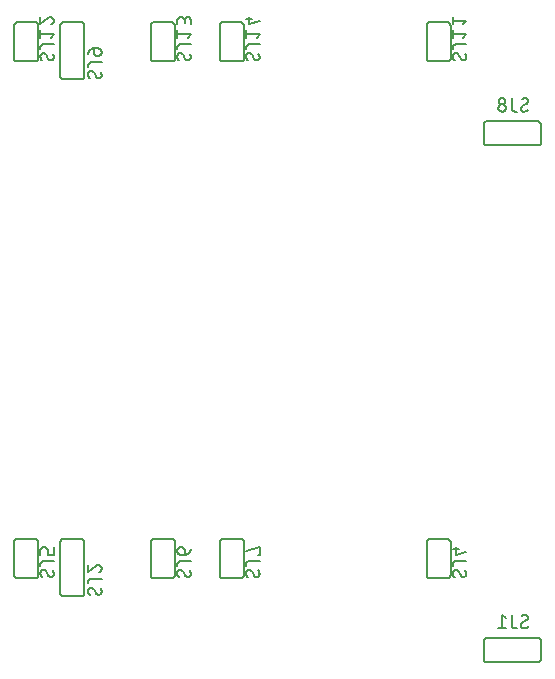
<source format=gbr>
G04 EAGLE Gerber RS-274X export*
G75*
%MOMM*%
%FSLAX34Y34*%
%LPD*%
%INSilkscreen Bottom*%
%IPPOS*%
%AMOC8*
5,1,8,0,0,1.08239X$1,22.5*%
G01*
%ADD10C,0.152400*%
%ADD11C,0.127000*%


D10*
X443410Y129840D02*
X486590Y129840D01*
X443410Y150160D02*
X443310Y150158D01*
X443211Y150152D01*
X443111Y150142D01*
X443013Y150129D01*
X442914Y150111D01*
X442817Y150090D01*
X442721Y150065D01*
X442625Y150036D01*
X442531Y150003D01*
X442438Y149967D01*
X442347Y149927D01*
X442257Y149883D01*
X442169Y149836D01*
X442083Y149786D01*
X441999Y149732D01*
X441917Y149675D01*
X441838Y149615D01*
X441760Y149551D01*
X441686Y149485D01*
X441614Y149416D01*
X441545Y149344D01*
X441479Y149270D01*
X441415Y149192D01*
X441355Y149113D01*
X441298Y149031D01*
X441244Y148947D01*
X441194Y148861D01*
X441147Y148773D01*
X441103Y148683D01*
X441063Y148592D01*
X441027Y148499D01*
X440994Y148405D01*
X440965Y148309D01*
X440940Y148213D01*
X440919Y148116D01*
X440901Y148017D01*
X440888Y147919D01*
X440878Y147819D01*
X440872Y147720D01*
X440870Y147620D01*
X486590Y150160D02*
X486690Y150158D01*
X486789Y150152D01*
X486889Y150142D01*
X486987Y150129D01*
X487086Y150111D01*
X487183Y150090D01*
X487279Y150065D01*
X487375Y150036D01*
X487469Y150003D01*
X487562Y149967D01*
X487653Y149927D01*
X487743Y149883D01*
X487831Y149836D01*
X487917Y149786D01*
X488001Y149732D01*
X488083Y149675D01*
X488162Y149615D01*
X488240Y149551D01*
X488314Y149485D01*
X488386Y149416D01*
X488455Y149344D01*
X488521Y149270D01*
X488585Y149192D01*
X488645Y149113D01*
X488702Y149031D01*
X488756Y148947D01*
X488806Y148861D01*
X488853Y148773D01*
X488897Y148683D01*
X488937Y148592D01*
X488973Y148499D01*
X489006Y148405D01*
X489035Y148309D01*
X489060Y148213D01*
X489081Y148116D01*
X489099Y148017D01*
X489112Y147919D01*
X489122Y147819D01*
X489128Y147720D01*
X489130Y147620D01*
X489130Y132380D02*
X489128Y132280D01*
X489122Y132181D01*
X489112Y132081D01*
X489099Y131983D01*
X489081Y131884D01*
X489060Y131787D01*
X489035Y131691D01*
X489006Y131595D01*
X488973Y131501D01*
X488937Y131408D01*
X488897Y131317D01*
X488853Y131227D01*
X488806Y131139D01*
X488756Y131053D01*
X488702Y130969D01*
X488645Y130887D01*
X488585Y130808D01*
X488521Y130730D01*
X488455Y130656D01*
X488386Y130584D01*
X488314Y130515D01*
X488240Y130449D01*
X488162Y130385D01*
X488083Y130325D01*
X488001Y130268D01*
X487917Y130214D01*
X487831Y130164D01*
X487743Y130117D01*
X487653Y130073D01*
X487562Y130033D01*
X487469Y129997D01*
X487375Y129964D01*
X487279Y129935D01*
X487183Y129910D01*
X487086Y129889D01*
X486987Y129871D01*
X486889Y129858D01*
X486789Y129848D01*
X486690Y129842D01*
X486590Y129840D01*
X443410Y129840D02*
X443310Y129842D01*
X443211Y129848D01*
X443111Y129858D01*
X443013Y129871D01*
X442914Y129889D01*
X442817Y129910D01*
X442721Y129935D01*
X442625Y129964D01*
X442531Y129997D01*
X442438Y130033D01*
X442347Y130073D01*
X442257Y130117D01*
X442169Y130164D01*
X442083Y130214D01*
X441999Y130268D01*
X441917Y130325D01*
X441838Y130385D01*
X441760Y130449D01*
X441686Y130515D01*
X441614Y130584D01*
X441545Y130656D01*
X441479Y130730D01*
X441415Y130808D01*
X441355Y130887D01*
X441298Y130969D01*
X441244Y131053D01*
X441194Y131139D01*
X441147Y131227D01*
X441103Y131317D01*
X441063Y131408D01*
X441027Y131501D01*
X440994Y131595D01*
X440965Y131691D01*
X440940Y131787D01*
X440919Y131884D01*
X440901Y131983D01*
X440888Y132081D01*
X440878Y132181D01*
X440872Y132280D01*
X440870Y132380D01*
X440870Y147620D01*
X489130Y147620D02*
X489130Y132380D01*
X486590Y150160D02*
X443410Y150160D01*
D11*
X472145Y160875D02*
X472147Y160775D01*
X472153Y160676D01*
X472163Y160576D01*
X472176Y160478D01*
X472194Y160379D01*
X472215Y160282D01*
X472240Y160186D01*
X472269Y160090D01*
X472302Y159996D01*
X472338Y159903D01*
X472378Y159812D01*
X472422Y159722D01*
X472469Y159634D01*
X472519Y159548D01*
X472573Y159464D01*
X472630Y159382D01*
X472690Y159303D01*
X472754Y159225D01*
X472820Y159151D01*
X472889Y159079D01*
X472961Y159010D01*
X473035Y158944D01*
X473113Y158880D01*
X473192Y158820D01*
X473274Y158763D01*
X473358Y158709D01*
X473444Y158659D01*
X473532Y158612D01*
X473622Y158568D01*
X473713Y158528D01*
X473806Y158492D01*
X473900Y158459D01*
X473996Y158430D01*
X474092Y158405D01*
X474189Y158384D01*
X474288Y158366D01*
X474386Y158353D01*
X474486Y158343D01*
X474585Y158337D01*
X474685Y158335D01*
X474826Y158337D01*
X474967Y158342D01*
X475108Y158352D01*
X475249Y158365D01*
X475389Y158381D01*
X475529Y158402D01*
X475668Y158426D01*
X475807Y158454D01*
X475944Y158485D01*
X476081Y158520D01*
X476217Y158558D01*
X476352Y158600D01*
X476485Y158646D01*
X476618Y158695D01*
X476749Y158748D01*
X476878Y158804D01*
X477007Y158863D01*
X477133Y158926D01*
X477258Y158992D01*
X477381Y159061D01*
X477502Y159134D01*
X477621Y159210D01*
X477739Y159289D01*
X477854Y159370D01*
X477966Y159455D01*
X478077Y159543D01*
X478185Y159634D01*
X478291Y159727D01*
X478394Y159824D01*
X478495Y159923D01*
X478178Y167225D02*
X478176Y167325D01*
X478170Y167424D01*
X478160Y167524D01*
X478147Y167622D01*
X478129Y167721D01*
X478108Y167818D01*
X478083Y167914D01*
X478054Y168010D01*
X478021Y168104D01*
X477985Y168197D01*
X477945Y168288D01*
X477901Y168378D01*
X477854Y168466D01*
X477804Y168552D01*
X477750Y168636D01*
X477693Y168718D01*
X477633Y168797D01*
X477569Y168875D01*
X477503Y168949D01*
X477434Y169021D01*
X477362Y169090D01*
X477288Y169156D01*
X477210Y169220D01*
X477131Y169280D01*
X477049Y169337D01*
X476965Y169391D01*
X476879Y169441D01*
X476791Y169488D01*
X476701Y169532D01*
X476610Y169572D01*
X476517Y169608D01*
X476423Y169641D01*
X476327Y169670D01*
X476231Y169695D01*
X476134Y169716D01*
X476035Y169734D01*
X475937Y169747D01*
X475837Y169757D01*
X475738Y169763D01*
X475638Y169765D01*
X475638Y169766D02*
X475505Y169764D01*
X475372Y169759D01*
X475239Y169749D01*
X475106Y169736D01*
X474974Y169719D01*
X474842Y169699D01*
X474711Y169675D01*
X474581Y169647D01*
X474451Y169616D01*
X474323Y169581D01*
X474195Y169542D01*
X474069Y169500D01*
X473944Y169454D01*
X473820Y169405D01*
X473697Y169353D01*
X473576Y169297D01*
X473457Y169237D01*
X473339Y169175D01*
X473224Y169109D01*
X473110Y169040D01*
X472998Y168967D01*
X472888Y168892D01*
X472780Y168813D01*
X476908Y165002D02*
X476992Y165054D01*
X477075Y165109D01*
X477155Y165168D01*
X477233Y165229D01*
X477308Y165293D01*
X477381Y165361D01*
X477452Y165431D01*
X477519Y165503D01*
X477584Y165578D01*
X477646Y165656D01*
X477705Y165736D01*
X477761Y165818D01*
X477813Y165902D01*
X477862Y165988D01*
X477908Y166076D01*
X477951Y166166D01*
X477990Y166257D01*
X478025Y166350D01*
X478057Y166444D01*
X478085Y166539D01*
X478110Y166635D01*
X478130Y166732D01*
X478148Y166830D01*
X478161Y166928D01*
X478170Y167027D01*
X478176Y167126D01*
X478178Y167225D01*
X473415Y163098D02*
X473331Y163046D01*
X473248Y162991D01*
X473168Y162932D01*
X473090Y162871D01*
X473015Y162807D01*
X472942Y162739D01*
X472871Y162669D01*
X472804Y162597D01*
X472739Y162522D01*
X472677Y162444D01*
X472618Y162364D01*
X472562Y162282D01*
X472510Y162198D01*
X472461Y162112D01*
X472415Y162024D01*
X472372Y161934D01*
X472333Y161843D01*
X472298Y161750D01*
X472266Y161656D01*
X472238Y161561D01*
X472213Y161465D01*
X472193Y161368D01*
X472175Y161270D01*
X472162Y161172D01*
X472153Y161073D01*
X472147Y160974D01*
X472145Y160875D01*
X473415Y163098D02*
X476908Y165003D01*
X464854Y160875D02*
X464854Y169765D01*
X464854Y160875D02*
X464856Y160775D01*
X464862Y160676D01*
X464872Y160576D01*
X464885Y160478D01*
X464903Y160379D01*
X464924Y160282D01*
X464949Y160186D01*
X464978Y160090D01*
X465011Y159996D01*
X465047Y159903D01*
X465087Y159812D01*
X465131Y159722D01*
X465178Y159634D01*
X465228Y159548D01*
X465282Y159464D01*
X465339Y159382D01*
X465399Y159303D01*
X465463Y159225D01*
X465529Y159151D01*
X465598Y159079D01*
X465670Y159010D01*
X465744Y158944D01*
X465822Y158880D01*
X465901Y158820D01*
X465983Y158763D01*
X466067Y158709D01*
X466153Y158659D01*
X466241Y158612D01*
X466331Y158568D01*
X466422Y158528D01*
X466515Y158492D01*
X466609Y158459D01*
X466705Y158430D01*
X466801Y158405D01*
X466898Y158384D01*
X466997Y158366D01*
X467095Y158353D01*
X467195Y158343D01*
X467294Y158337D01*
X467394Y158335D01*
X468664Y158335D01*
X459445Y167225D02*
X456270Y169765D01*
X456270Y158335D01*
X459445Y158335D02*
X453095Y158335D01*
D10*
X82340Y188410D02*
X82340Y231590D01*
X100120Y234130D02*
X100220Y234128D01*
X100319Y234122D01*
X100419Y234112D01*
X100517Y234099D01*
X100616Y234081D01*
X100713Y234060D01*
X100809Y234035D01*
X100905Y234006D01*
X100999Y233973D01*
X101092Y233937D01*
X101183Y233897D01*
X101273Y233853D01*
X101361Y233806D01*
X101447Y233756D01*
X101531Y233702D01*
X101613Y233645D01*
X101692Y233585D01*
X101770Y233521D01*
X101844Y233455D01*
X101916Y233386D01*
X101985Y233314D01*
X102051Y233240D01*
X102115Y233162D01*
X102175Y233083D01*
X102232Y233001D01*
X102286Y232917D01*
X102336Y232831D01*
X102383Y232743D01*
X102427Y232653D01*
X102467Y232562D01*
X102503Y232469D01*
X102536Y232375D01*
X102565Y232279D01*
X102590Y232183D01*
X102611Y232086D01*
X102629Y231987D01*
X102642Y231889D01*
X102652Y231789D01*
X102658Y231690D01*
X102660Y231590D01*
X102660Y188410D02*
X102658Y188310D01*
X102652Y188211D01*
X102642Y188111D01*
X102629Y188013D01*
X102611Y187914D01*
X102590Y187817D01*
X102565Y187721D01*
X102536Y187625D01*
X102503Y187531D01*
X102467Y187438D01*
X102427Y187347D01*
X102383Y187257D01*
X102336Y187169D01*
X102286Y187083D01*
X102232Y186999D01*
X102175Y186917D01*
X102115Y186838D01*
X102051Y186760D01*
X101985Y186686D01*
X101916Y186614D01*
X101844Y186545D01*
X101770Y186479D01*
X101692Y186415D01*
X101613Y186355D01*
X101531Y186298D01*
X101447Y186244D01*
X101361Y186194D01*
X101273Y186147D01*
X101183Y186103D01*
X101092Y186063D01*
X100999Y186027D01*
X100905Y185994D01*
X100809Y185965D01*
X100713Y185940D01*
X100616Y185919D01*
X100517Y185901D01*
X100419Y185888D01*
X100319Y185878D01*
X100220Y185872D01*
X100120Y185870D01*
X84880Y185870D02*
X84780Y185872D01*
X84681Y185878D01*
X84581Y185888D01*
X84483Y185901D01*
X84384Y185919D01*
X84287Y185940D01*
X84191Y185965D01*
X84095Y185994D01*
X84001Y186027D01*
X83908Y186063D01*
X83817Y186103D01*
X83727Y186147D01*
X83639Y186194D01*
X83553Y186244D01*
X83469Y186298D01*
X83387Y186355D01*
X83308Y186415D01*
X83230Y186479D01*
X83156Y186545D01*
X83084Y186614D01*
X83015Y186686D01*
X82949Y186760D01*
X82885Y186838D01*
X82825Y186917D01*
X82768Y186999D01*
X82714Y187083D01*
X82664Y187169D01*
X82617Y187257D01*
X82573Y187347D01*
X82533Y187438D01*
X82497Y187531D01*
X82464Y187625D01*
X82435Y187721D01*
X82410Y187817D01*
X82389Y187914D01*
X82371Y188013D01*
X82358Y188111D01*
X82348Y188211D01*
X82342Y188310D01*
X82340Y188410D01*
X82340Y231590D02*
X82342Y231690D01*
X82348Y231789D01*
X82358Y231889D01*
X82371Y231987D01*
X82389Y232086D01*
X82410Y232183D01*
X82435Y232279D01*
X82464Y232375D01*
X82497Y232469D01*
X82533Y232562D01*
X82573Y232653D01*
X82617Y232743D01*
X82664Y232831D01*
X82714Y232917D01*
X82768Y233001D01*
X82825Y233083D01*
X82885Y233162D01*
X82949Y233240D01*
X83015Y233314D01*
X83084Y233386D01*
X83156Y233455D01*
X83230Y233521D01*
X83308Y233585D01*
X83387Y233645D01*
X83469Y233702D01*
X83553Y233756D01*
X83639Y233806D01*
X83727Y233853D01*
X83817Y233897D01*
X83908Y233937D01*
X84001Y233973D01*
X84095Y234006D01*
X84191Y234035D01*
X84287Y234060D01*
X84384Y234081D01*
X84483Y234099D01*
X84581Y234112D01*
X84681Y234122D01*
X84780Y234128D01*
X84880Y234130D01*
X100120Y234130D01*
X100120Y185870D02*
X84880Y185870D01*
X102660Y188410D02*
X102660Y231590D01*
D11*
X108375Y192855D02*
X108275Y192853D01*
X108176Y192847D01*
X108076Y192837D01*
X107978Y192824D01*
X107879Y192806D01*
X107782Y192785D01*
X107686Y192760D01*
X107590Y192731D01*
X107496Y192698D01*
X107403Y192662D01*
X107312Y192622D01*
X107222Y192578D01*
X107134Y192531D01*
X107048Y192481D01*
X106964Y192427D01*
X106882Y192370D01*
X106803Y192310D01*
X106725Y192246D01*
X106651Y192180D01*
X106579Y192111D01*
X106510Y192039D01*
X106444Y191965D01*
X106380Y191887D01*
X106320Y191808D01*
X106263Y191726D01*
X106209Y191642D01*
X106159Y191556D01*
X106112Y191468D01*
X106068Y191378D01*
X106028Y191287D01*
X105992Y191194D01*
X105959Y191100D01*
X105930Y191004D01*
X105905Y190908D01*
X105884Y190811D01*
X105866Y190712D01*
X105853Y190614D01*
X105843Y190514D01*
X105837Y190415D01*
X105835Y190315D01*
X105837Y190174D01*
X105842Y190033D01*
X105852Y189892D01*
X105865Y189751D01*
X105881Y189611D01*
X105902Y189471D01*
X105926Y189332D01*
X105954Y189193D01*
X105985Y189056D01*
X106020Y188919D01*
X106058Y188783D01*
X106100Y188648D01*
X106146Y188515D01*
X106195Y188382D01*
X106248Y188251D01*
X106304Y188122D01*
X106363Y187993D01*
X106426Y187867D01*
X106492Y187742D01*
X106561Y187619D01*
X106634Y187498D01*
X106710Y187379D01*
X106789Y187261D01*
X106870Y187146D01*
X106955Y187034D01*
X107043Y186923D01*
X107134Y186815D01*
X107227Y186709D01*
X107324Y186606D01*
X107423Y186505D01*
X114725Y186823D02*
X114825Y186825D01*
X114924Y186831D01*
X115024Y186841D01*
X115122Y186854D01*
X115221Y186872D01*
X115318Y186893D01*
X115414Y186918D01*
X115510Y186947D01*
X115604Y186980D01*
X115697Y187016D01*
X115788Y187056D01*
X115878Y187100D01*
X115966Y187147D01*
X116052Y187197D01*
X116136Y187251D01*
X116218Y187308D01*
X116297Y187368D01*
X116375Y187432D01*
X116449Y187498D01*
X116521Y187567D01*
X116590Y187639D01*
X116656Y187713D01*
X116720Y187791D01*
X116780Y187870D01*
X116837Y187952D01*
X116891Y188036D01*
X116941Y188122D01*
X116988Y188210D01*
X117032Y188300D01*
X117072Y188391D01*
X117108Y188484D01*
X117141Y188578D01*
X117170Y188674D01*
X117195Y188770D01*
X117216Y188867D01*
X117234Y188966D01*
X117247Y189064D01*
X117257Y189164D01*
X117263Y189263D01*
X117265Y189363D01*
X117266Y189363D02*
X117264Y189496D01*
X117259Y189629D01*
X117249Y189762D01*
X117236Y189895D01*
X117219Y190027D01*
X117199Y190159D01*
X117175Y190290D01*
X117147Y190420D01*
X117116Y190550D01*
X117081Y190678D01*
X117042Y190806D01*
X117000Y190932D01*
X116954Y191057D01*
X116905Y191181D01*
X116853Y191304D01*
X116797Y191425D01*
X116737Y191544D01*
X116675Y191662D01*
X116609Y191777D01*
X116540Y191891D01*
X116467Y192003D01*
X116392Y192113D01*
X116313Y192221D01*
X112502Y188092D02*
X112554Y188008D01*
X112609Y187925D01*
X112668Y187845D01*
X112729Y187767D01*
X112793Y187692D01*
X112861Y187619D01*
X112931Y187548D01*
X113003Y187481D01*
X113078Y187416D01*
X113156Y187354D01*
X113236Y187295D01*
X113318Y187239D01*
X113402Y187187D01*
X113488Y187138D01*
X113576Y187092D01*
X113666Y187049D01*
X113757Y187010D01*
X113850Y186975D01*
X113944Y186943D01*
X114039Y186915D01*
X114135Y186890D01*
X114232Y186870D01*
X114330Y186852D01*
X114428Y186839D01*
X114527Y186830D01*
X114626Y186824D01*
X114725Y186822D01*
X110598Y191585D02*
X110546Y191669D01*
X110491Y191752D01*
X110432Y191832D01*
X110371Y191910D01*
X110307Y191985D01*
X110239Y192058D01*
X110169Y192129D01*
X110097Y192196D01*
X110022Y192261D01*
X109944Y192323D01*
X109864Y192382D01*
X109782Y192438D01*
X109698Y192490D01*
X109612Y192539D01*
X109524Y192585D01*
X109434Y192628D01*
X109343Y192667D01*
X109250Y192702D01*
X109156Y192734D01*
X109061Y192762D01*
X108965Y192787D01*
X108868Y192807D01*
X108770Y192825D01*
X108672Y192838D01*
X108573Y192847D01*
X108474Y192853D01*
X108375Y192855D01*
X110598Y191585D02*
X112503Y188093D01*
X108375Y200146D02*
X117265Y200146D01*
X108375Y200146D02*
X108275Y200144D01*
X108176Y200138D01*
X108076Y200128D01*
X107978Y200115D01*
X107879Y200097D01*
X107782Y200076D01*
X107686Y200051D01*
X107590Y200022D01*
X107496Y199989D01*
X107403Y199953D01*
X107312Y199913D01*
X107222Y199869D01*
X107134Y199822D01*
X107048Y199772D01*
X106964Y199718D01*
X106882Y199661D01*
X106803Y199601D01*
X106725Y199537D01*
X106651Y199471D01*
X106579Y199402D01*
X106510Y199330D01*
X106444Y199256D01*
X106380Y199178D01*
X106320Y199099D01*
X106263Y199017D01*
X106209Y198933D01*
X106159Y198847D01*
X106112Y198759D01*
X106068Y198669D01*
X106028Y198578D01*
X105992Y198485D01*
X105959Y198391D01*
X105930Y198295D01*
X105905Y198199D01*
X105884Y198102D01*
X105866Y198003D01*
X105853Y197905D01*
X105843Y197805D01*
X105837Y197706D01*
X105835Y197606D01*
X105835Y196336D01*
X117266Y209047D02*
X117264Y209151D01*
X117258Y209256D01*
X117249Y209360D01*
X117236Y209463D01*
X117218Y209566D01*
X117198Y209668D01*
X117173Y209770D01*
X117145Y209870D01*
X117113Y209970D01*
X117077Y210068D01*
X117038Y210165D01*
X116996Y210260D01*
X116950Y210354D01*
X116900Y210446D01*
X116848Y210536D01*
X116792Y210624D01*
X116732Y210710D01*
X116670Y210794D01*
X116605Y210875D01*
X116537Y210954D01*
X116465Y211031D01*
X116392Y211104D01*
X116315Y211176D01*
X116236Y211244D01*
X116155Y211309D01*
X116071Y211371D01*
X115985Y211431D01*
X115897Y211487D01*
X115807Y211539D01*
X115715Y211589D01*
X115621Y211635D01*
X115526Y211677D01*
X115429Y211716D01*
X115331Y211752D01*
X115231Y211784D01*
X115131Y211812D01*
X115029Y211837D01*
X114927Y211857D01*
X114824Y211875D01*
X114721Y211888D01*
X114617Y211897D01*
X114512Y211903D01*
X114408Y211905D01*
X117265Y209047D02*
X117263Y208929D01*
X117257Y208810D01*
X117248Y208692D01*
X117235Y208575D01*
X117217Y208458D01*
X117197Y208341D01*
X117172Y208225D01*
X117144Y208110D01*
X117111Y207997D01*
X117076Y207884D01*
X117036Y207772D01*
X116994Y207662D01*
X116947Y207553D01*
X116897Y207445D01*
X116844Y207340D01*
X116787Y207236D01*
X116727Y207134D01*
X116664Y207034D01*
X116597Y206936D01*
X116528Y206840D01*
X116455Y206747D01*
X116379Y206656D01*
X116301Y206567D01*
X116219Y206481D01*
X116135Y206398D01*
X116049Y206317D01*
X115959Y206240D01*
X115868Y206165D01*
X115774Y206093D01*
X115677Y206024D01*
X115579Y205959D01*
X115478Y205896D01*
X115375Y205837D01*
X115271Y205781D01*
X115165Y205729D01*
X115057Y205680D01*
X114948Y205635D01*
X114837Y205593D01*
X114725Y205555D01*
X112186Y210953D02*
X112261Y211029D01*
X112340Y211104D01*
X112421Y211175D01*
X112505Y211244D01*
X112591Y211309D01*
X112679Y211371D01*
X112769Y211431D01*
X112861Y211487D01*
X112956Y211540D01*
X113052Y211589D01*
X113150Y211635D01*
X113249Y211678D01*
X113350Y211717D01*
X113452Y211752D01*
X113555Y211784D01*
X113659Y211812D01*
X113764Y211837D01*
X113871Y211858D01*
X113977Y211875D01*
X114084Y211888D01*
X114192Y211897D01*
X114300Y211903D01*
X114408Y211905D01*
X112185Y210952D02*
X105835Y205555D01*
X105835Y211905D01*
D10*
X392340Y203530D02*
X392340Y231470D01*
X410120Y234010D02*
X410220Y234008D01*
X410319Y234002D01*
X410419Y233992D01*
X410517Y233979D01*
X410616Y233961D01*
X410713Y233940D01*
X410809Y233915D01*
X410905Y233886D01*
X410999Y233853D01*
X411092Y233817D01*
X411183Y233777D01*
X411273Y233733D01*
X411361Y233686D01*
X411447Y233636D01*
X411531Y233582D01*
X411613Y233525D01*
X411692Y233465D01*
X411770Y233401D01*
X411844Y233335D01*
X411916Y233266D01*
X411985Y233194D01*
X412051Y233120D01*
X412115Y233042D01*
X412175Y232963D01*
X412232Y232881D01*
X412286Y232797D01*
X412336Y232711D01*
X412383Y232623D01*
X412427Y232533D01*
X412467Y232442D01*
X412503Y232349D01*
X412536Y232255D01*
X412565Y232159D01*
X412590Y232063D01*
X412611Y231966D01*
X412629Y231867D01*
X412642Y231769D01*
X412652Y231669D01*
X412658Y231570D01*
X412660Y231470D01*
X412660Y203530D02*
X412658Y203430D01*
X412652Y203331D01*
X412642Y203231D01*
X412629Y203133D01*
X412611Y203034D01*
X412590Y202937D01*
X412565Y202841D01*
X412536Y202745D01*
X412503Y202651D01*
X412467Y202558D01*
X412427Y202467D01*
X412383Y202377D01*
X412336Y202289D01*
X412286Y202203D01*
X412232Y202119D01*
X412175Y202037D01*
X412115Y201958D01*
X412051Y201880D01*
X411985Y201806D01*
X411916Y201734D01*
X411844Y201665D01*
X411770Y201599D01*
X411692Y201535D01*
X411613Y201475D01*
X411531Y201418D01*
X411447Y201364D01*
X411361Y201314D01*
X411273Y201267D01*
X411183Y201223D01*
X411092Y201183D01*
X410999Y201147D01*
X410905Y201114D01*
X410809Y201085D01*
X410713Y201060D01*
X410616Y201039D01*
X410517Y201021D01*
X410419Y201008D01*
X410319Y200998D01*
X410220Y200992D01*
X410120Y200990D01*
X394880Y200990D02*
X394780Y200992D01*
X394681Y200998D01*
X394581Y201008D01*
X394483Y201021D01*
X394384Y201039D01*
X394287Y201060D01*
X394191Y201085D01*
X394095Y201114D01*
X394001Y201147D01*
X393908Y201183D01*
X393817Y201223D01*
X393727Y201267D01*
X393639Y201314D01*
X393553Y201364D01*
X393469Y201418D01*
X393387Y201475D01*
X393308Y201535D01*
X393230Y201599D01*
X393156Y201665D01*
X393084Y201734D01*
X393015Y201806D01*
X392949Y201880D01*
X392885Y201958D01*
X392825Y202037D01*
X392768Y202119D01*
X392714Y202203D01*
X392664Y202289D01*
X392617Y202377D01*
X392573Y202467D01*
X392533Y202558D01*
X392497Y202651D01*
X392464Y202745D01*
X392435Y202841D01*
X392410Y202937D01*
X392389Y203034D01*
X392371Y203133D01*
X392358Y203231D01*
X392348Y203331D01*
X392342Y203430D01*
X392340Y203530D01*
X392340Y231470D02*
X392342Y231570D01*
X392348Y231669D01*
X392358Y231769D01*
X392371Y231867D01*
X392389Y231966D01*
X392410Y232063D01*
X392435Y232159D01*
X392464Y232255D01*
X392497Y232349D01*
X392533Y232442D01*
X392573Y232533D01*
X392617Y232623D01*
X392664Y232711D01*
X392714Y232797D01*
X392768Y232881D01*
X392825Y232963D01*
X392885Y233042D01*
X392949Y233120D01*
X393015Y233194D01*
X393084Y233266D01*
X393156Y233335D01*
X393230Y233401D01*
X393308Y233465D01*
X393387Y233525D01*
X393469Y233582D01*
X393553Y233636D01*
X393639Y233686D01*
X393727Y233733D01*
X393817Y233777D01*
X393908Y233817D01*
X394001Y233853D01*
X394095Y233886D01*
X394191Y233915D01*
X394287Y233940D01*
X394384Y233961D01*
X394483Y233979D01*
X394581Y233992D01*
X394681Y234002D01*
X394780Y234008D01*
X394880Y234010D01*
X410120Y234010D01*
X410120Y200990D02*
X394880Y200990D01*
X412660Y203530D02*
X412660Y231470D01*
D11*
X417105Y207975D02*
X417005Y207973D01*
X416906Y207967D01*
X416806Y207957D01*
X416708Y207944D01*
X416609Y207926D01*
X416512Y207905D01*
X416416Y207880D01*
X416320Y207851D01*
X416226Y207818D01*
X416133Y207782D01*
X416042Y207742D01*
X415952Y207698D01*
X415864Y207651D01*
X415778Y207601D01*
X415694Y207547D01*
X415612Y207490D01*
X415533Y207430D01*
X415455Y207366D01*
X415381Y207300D01*
X415309Y207231D01*
X415240Y207159D01*
X415174Y207085D01*
X415110Y207007D01*
X415050Y206928D01*
X414993Y206846D01*
X414939Y206762D01*
X414889Y206676D01*
X414842Y206588D01*
X414798Y206498D01*
X414758Y206407D01*
X414722Y206314D01*
X414689Y206220D01*
X414660Y206124D01*
X414635Y206028D01*
X414614Y205931D01*
X414596Y205832D01*
X414583Y205734D01*
X414573Y205634D01*
X414567Y205535D01*
X414565Y205435D01*
X414567Y205294D01*
X414572Y205153D01*
X414582Y205012D01*
X414595Y204871D01*
X414611Y204731D01*
X414632Y204591D01*
X414656Y204452D01*
X414684Y204313D01*
X414715Y204176D01*
X414750Y204039D01*
X414788Y203903D01*
X414830Y203768D01*
X414876Y203635D01*
X414925Y203502D01*
X414978Y203371D01*
X415034Y203242D01*
X415093Y203113D01*
X415156Y202987D01*
X415222Y202862D01*
X415291Y202739D01*
X415364Y202618D01*
X415440Y202499D01*
X415519Y202381D01*
X415600Y202266D01*
X415685Y202154D01*
X415773Y202043D01*
X415864Y201935D01*
X415957Y201829D01*
X416054Y201726D01*
X416153Y201625D01*
X423455Y201943D02*
X423555Y201945D01*
X423654Y201951D01*
X423754Y201961D01*
X423852Y201974D01*
X423951Y201992D01*
X424048Y202013D01*
X424144Y202038D01*
X424240Y202067D01*
X424334Y202100D01*
X424427Y202136D01*
X424518Y202176D01*
X424608Y202220D01*
X424696Y202267D01*
X424782Y202317D01*
X424866Y202371D01*
X424948Y202428D01*
X425027Y202488D01*
X425105Y202552D01*
X425179Y202618D01*
X425251Y202687D01*
X425320Y202759D01*
X425386Y202833D01*
X425450Y202911D01*
X425510Y202990D01*
X425567Y203072D01*
X425621Y203156D01*
X425671Y203242D01*
X425718Y203330D01*
X425762Y203420D01*
X425802Y203511D01*
X425838Y203604D01*
X425871Y203698D01*
X425900Y203794D01*
X425925Y203890D01*
X425946Y203987D01*
X425964Y204086D01*
X425977Y204184D01*
X425987Y204284D01*
X425993Y204383D01*
X425995Y204483D01*
X425993Y204616D01*
X425988Y204749D01*
X425978Y204882D01*
X425965Y205015D01*
X425948Y205147D01*
X425928Y205279D01*
X425904Y205410D01*
X425876Y205540D01*
X425845Y205670D01*
X425810Y205798D01*
X425771Y205926D01*
X425729Y206052D01*
X425683Y206177D01*
X425634Y206301D01*
X425582Y206424D01*
X425526Y206545D01*
X425466Y206664D01*
X425404Y206782D01*
X425338Y206897D01*
X425269Y207011D01*
X425196Y207123D01*
X425121Y207233D01*
X425042Y207341D01*
X421232Y203212D02*
X421284Y203128D01*
X421339Y203045D01*
X421398Y202965D01*
X421459Y202887D01*
X421523Y202812D01*
X421591Y202739D01*
X421661Y202668D01*
X421733Y202601D01*
X421808Y202536D01*
X421886Y202474D01*
X421966Y202415D01*
X422048Y202359D01*
X422132Y202307D01*
X422218Y202258D01*
X422306Y202212D01*
X422396Y202169D01*
X422487Y202130D01*
X422580Y202095D01*
X422674Y202063D01*
X422769Y202035D01*
X422865Y202010D01*
X422962Y201990D01*
X423060Y201972D01*
X423158Y201959D01*
X423257Y201950D01*
X423356Y201944D01*
X423455Y201942D01*
X419328Y206705D02*
X419276Y206789D01*
X419221Y206872D01*
X419162Y206952D01*
X419101Y207030D01*
X419037Y207105D01*
X418969Y207178D01*
X418899Y207249D01*
X418827Y207316D01*
X418752Y207381D01*
X418674Y207443D01*
X418594Y207502D01*
X418512Y207558D01*
X418428Y207610D01*
X418342Y207659D01*
X418254Y207705D01*
X418164Y207748D01*
X418073Y207787D01*
X417980Y207822D01*
X417886Y207854D01*
X417791Y207882D01*
X417695Y207907D01*
X417598Y207927D01*
X417500Y207945D01*
X417402Y207958D01*
X417303Y207967D01*
X417204Y207973D01*
X417105Y207975D01*
X419327Y206705D02*
X421232Y203213D01*
X417105Y215266D02*
X425995Y215266D01*
X417105Y215266D02*
X417005Y215264D01*
X416906Y215258D01*
X416806Y215248D01*
X416708Y215235D01*
X416609Y215217D01*
X416512Y215196D01*
X416416Y215171D01*
X416320Y215142D01*
X416226Y215109D01*
X416133Y215073D01*
X416042Y215033D01*
X415952Y214989D01*
X415864Y214942D01*
X415778Y214892D01*
X415694Y214838D01*
X415612Y214781D01*
X415533Y214721D01*
X415455Y214657D01*
X415381Y214591D01*
X415309Y214522D01*
X415240Y214450D01*
X415174Y214376D01*
X415110Y214298D01*
X415050Y214219D01*
X414993Y214137D01*
X414939Y214053D01*
X414889Y213967D01*
X414842Y213879D01*
X414798Y213789D01*
X414758Y213698D01*
X414722Y213605D01*
X414689Y213511D01*
X414660Y213415D01*
X414635Y213319D01*
X414614Y213222D01*
X414596Y213123D01*
X414583Y213025D01*
X414573Y212925D01*
X414567Y212826D01*
X414565Y212726D01*
X414565Y211456D01*
X417105Y220675D02*
X425995Y223215D01*
X417105Y220675D02*
X417105Y227025D01*
X419645Y225120D02*
X414565Y225120D01*
D10*
X43173Y231470D02*
X43173Y203530D01*
X63493Y231470D02*
X63491Y231570D01*
X63485Y231669D01*
X63475Y231769D01*
X63462Y231867D01*
X63444Y231966D01*
X63423Y232063D01*
X63398Y232159D01*
X63369Y232255D01*
X63336Y232349D01*
X63300Y232442D01*
X63260Y232533D01*
X63216Y232623D01*
X63169Y232711D01*
X63119Y232797D01*
X63065Y232881D01*
X63008Y232963D01*
X62948Y233042D01*
X62884Y233120D01*
X62818Y233194D01*
X62749Y233266D01*
X62677Y233335D01*
X62603Y233401D01*
X62525Y233465D01*
X62446Y233525D01*
X62364Y233582D01*
X62280Y233636D01*
X62194Y233686D01*
X62106Y233733D01*
X62016Y233777D01*
X61925Y233817D01*
X61832Y233853D01*
X61738Y233886D01*
X61642Y233915D01*
X61546Y233940D01*
X61449Y233961D01*
X61350Y233979D01*
X61252Y233992D01*
X61152Y234002D01*
X61053Y234008D01*
X60953Y234010D01*
X63493Y203530D02*
X63491Y203430D01*
X63485Y203331D01*
X63475Y203231D01*
X63462Y203133D01*
X63444Y203034D01*
X63423Y202937D01*
X63398Y202841D01*
X63369Y202745D01*
X63336Y202651D01*
X63300Y202558D01*
X63260Y202467D01*
X63216Y202377D01*
X63169Y202289D01*
X63119Y202203D01*
X63065Y202119D01*
X63008Y202037D01*
X62948Y201958D01*
X62884Y201880D01*
X62818Y201806D01*
X62749Y201734D01*
X62677Y201665D01*
X62603Y201599D01*
X62525Y201535D01*
X62446Y201475D01*
X62364Y201418D01*
X62280Y201364D01*
X62194Y201314D01*
X62106Y201267D01*
X62016Y201223D01*
X61925Y201183D01*
X61832Y201147D01*
X61738Y201114D01*
X61642Y201085D01*
X61546Y201060D01*
X61449Y201039D01*
X61350Y201021D01*
X61252Y201008D01*
X61152Y200998D01*
X61053Y200992D01*
X60953Y200990D01*
X45713Y200990D02*
X45613Y200992D01*
X45514Y200998D01*
X45414Y201008D01*
X45316Y201021D01*
X45217Y201039D01*
X45120Y201060D01*
X45024Y201085D01*
X44928Y201114D01*
X44834Y201147D01*
X44741Y201183D01*
X44650Y201223D01*
X44560Y201267D01*
X44472Y201314D01*
X44386Y201364D01*
X44302Y201418D01*
X44220Y201475D01*
X44141Y201535D01*
X44063Y201599D01*
X43989Y201665D01*
X43917Y201734D01*
X43848Y201806D01*
X43782Y201880D01*
X43718Y201958D01*
X43658Y202037D01*
X43601Y202119D01*
X43547Y202203D01*
X43497Y202289D01*
X43450Y202377D01*
X43406Y202467D01*
X43366Y202558D01*
X43330Y202651D01*
X43297Y202745D01*
X43268Y202841D01*
X43243Y202937D01*
X43222Y203034D01*
X43204Y203133D01*
X43191Y203231D01*
X43181Y203331D01*
X43175Y203430D01*
X43173Y203530D01*
X43173Y231470D02*
X43175Y231570D01*
X43181Y231669D01*
X43191Y231769D01*
X43204Y231867D01*
X43222Y231966D01*
X43243Y232063D01*
X43268Y232159D01*
X43297Y232255D01*
X43330Y232349D01*
X43366Y232442D01*
X43406Y232533D01*
X43450Y232623D01*
X43497Y232711D01*
X43547Y232797D01*
X43601Y232881D01*
X43658Y232963D01*
X43718Y233042D01*
X43782Y233120D01*
X43848Y233194D01*
X43917Y233266D01*
X43989Y233335D01*
X44063Y233401D01*
X44141Y233465D01*
X44220Y233525D01*
X44302Y233582D01*
X44386Y233636D01*
X44472Y233686D01*
X44560Y233733D01*
X44650Y233777D01*
X44741Y233817D01*
X44834Y233853D01*
X44928Y233886D01*
X45024Y233915D01*
X45120Y233940D01*
X45217Y233961D01*
X45316Y233979D01*
X45414Y233992D01*
X45514Y234002D01*
X45613Y234008D01*
X45713Y234010D01*
X60953Y234010D01*
X60953Y200990D02*
X45713Y200990D01*
X63493Y203530D02*
X63493Y231470D01*
D11*
X67938Y207975D02*
X67838Y207973D01*
X67739Y207967D01*
X67639Y207957D01*
X67541Y207944D01*
X67442Y207926D01*
X67345Y207905D01*
X67249Y207880D01*
X67153Y207851D01*
X67059Y207818D01*
X66966Y207782D01*
X66875Y207742D01*
X66785Y207698D01*
X66697Y207651D01*
X66611Y207601D01*
X66527Y207547D01*
X66445Y207490D01*
X66366Y207430D01*
X66288Y207366D01*
X66214Y207300D01*
X66142Y207231D01*
X66073Y207159D01*
X66007Y207085D01*
X65943Y207007D01*
X65883Y206928D01*
X65826Y206846D01*
X65772Y206762D01*
X65722Y206676D01*
X65675Y206588D01*
X65631Y206498D01*
X65591Y206407D01*
X65555Y206314D01*
X65522Y206220D01*
X65493Y206124D01*
X65468Y206028D01*
X65447Y205931D01*
X65429Y205832D01*
X65416Y205734D01*
X65406Y205634D01*
X65400Y205535D01*
X65398Y205435D01*
X65400Y205294D01*
X65405Y205153D01*
X65415Y205012D01*
X65428Y204871D01*
X65444Y204731D01*
X65465Y204591D01*
X65489Y204452D01*
X65517Y204313D01*
X65548Y204176D01*
X65583Y204039D01*
X65621Y203903D01*
X65663Y203768D01*
X65709Y203635D01*
X65758Y203502D01*
X65811Y203371D01*
X65867Y203242D01*
X65926Y203113D01*
X65989Y202987D01*
X66055Y202862D01*
X66124Y202739D01*
X66197Y202618D01*
X66273Y202499D01*
X66352Y202381D01*
X66433Y202266D01*
X66518Y202154D01*
X66606Y202043D01*
X66697Y201935D01*
X66790Y201829D01*
X66887Y201726D01*
X66986Y201625D01*
X74288Y201943D02*
X74388Y201945D01*
X74487Y201951D01*
X74587Y201961D01*
X74685Y201974D01*
X74784Y201992D01*
X74881Y202013D01*
X74977Y202038D01*
X75073Y202067D01*
X75167Y202100D01*
X75260Y202136D01*
X75351Y202176D01*
X75441Y202220D01*
X75529Y202267D01*
X75615Y202317D01*
X75699Y202371D01*
X75781Y202428D01*
X75860Y202488D01*
X75938Y202552D01*
X76012Y202618D01*
X76084Y202687D01*
X76153Y202759D01*
X76219Y202833D01*
X76283Y202911D01*
X76343Y202990D01*
X76400Y203072D01*
X76454Y203156D01*
X76504Y203242D01*
X76551Y203330D01*
X76595Y203420D01*
X76635Y203511D01*
X76671Y203604D01*
X76704Y203698D01*
X76733Y203794D01*
X76758Y203890D01*
X76779Y203987D01*
X76797Y204086D01*
X76810Y204184D01*
X76820Y204284D01*
X76826Y204383D01*
X76828Y204483D01*
X76829Y204483D02*
X76827Y204616D01*
X76822Y204749D01*
X76812Y204882D01*
X76799Y205015D01*
X76782Y205147D01*
X76762Y205279D01*
X76738Y205410D01*
X76710Y205540D01*
X76679Y205670D01*
X76644Y205798D01*
X76605Y205926D01*
X76563Y206052D01*
X76517Y206177D01*
X76468Y206301D01*
X76416Y206424D01*
X76360Y206545D01*
X76300Y206664D01*
X76238Y206782D01*
X76172Y206897D01*
X76103Y207011D01*
X76030Y207123D01*
X75955Y207233D01*
X75876Y207341D01*
X72065Y203212D02*
X72117Y203128D01*
X72172Y203045D01*
X72231Y202965D01*
X72292Y202887D01*
X72356Y202812D01*
X72424Y202739D01*
X72494Y202668D01*
X72566Y202601D01*
X72641Y202536D01*
X72719Y202474D01*
X72799Y202415D01*
X72881Y202359D01*
X72965Y202307D01*
X73051Y202258D01*
X73139Y202212D01*
X73229Y202169D01*
X73320Y202130D01*
X73413Y202095D01*
X73507Y202063D01*
X73602Y202035D01*
X73698Y202010D01*
X73795Y201990D01*
X73893Y201972D01*
X73991Y201959D01*
X74090Y201950D01*
X74189Y201944D01*
X74288Y201942D01*
X70161Y206705D02*
X70109Y206789D01*
X70054Y206872D01*
X69995Y206952D01*
X69934Y207030D01*
X69870Y207105D01*
X69802Y207178D01*
X69732Y207249D01*
X69660Y207316D01*
X69585Y207381D01*
X69507Y207443D01*
X69427Y207502D01*
X69345Y207558D01*
X69261Y207610D01*
X69175Y207659D01*
X69087Y207705D01*
X68997Y207748D01*
X68906Y207787D01*
X68813Y207822D01*
X68719Y207854D01*
X68624Y207882D01*
X68528Y207907D01*
X68431Y207927D01*
X68333Y207945D01*
X68235Y207958D01*
X68136Y207967D01*
X68037Y207973D01*
X67938Y207975D01*
X70161Y206705D02*
X72066Y203213D01*
X67938Y215266D02*
X76828Y215266D01*
X67938Y215266D02*
X67838Y215264D01*
X67739Y215258D01*
X67639Y215248D01*
X67541Y215235D01*
X67442Y215217D01*
X67345Y215196D01*
X67249Y215171D01*
X67153Y215142D01*
X67059Y215109D01*
X66966Y215073D01*
X66875Y215033D01*
X66785Y214989D01*
X66697Y214942D01*
X66611Y214892D01*
X66527Y214838D01*
X66445Y214781D01*
X66366Y214721D01*
X66288Y214657D01*
X66214Y214591D01*
X66142Y214522D01*
X66073Y214450D01*
X66007Y214376D01*
X65943Y214298D01*
X65883Y214219D01*
X65826Y214137D01*
X65772Y214053D01*
X65722Y213967D01*
X65675Y213879D01*
X65631Y213789D01*
X65591Y213698D01*
X65555Y213605D01*
X65522Y213511D01*
X65493Y213415D01*
X65468Y213319D01*
X65447Y213222D01*
X65429Y213123D01*
X65416Y213025D01*
X65406Y212925D01*
X65400Y212826D01*
X65398Y212726D01*
X65398Y211456D01*
X65398Y220675D02*
X65398Y224485D01*
X65400Y224585D01*
X65406Y224684D01*
X65416Y224784D01*
X65429Y224882D01*
X65447Y224981D01*
X65468Y225078D01*
X65493Y225174D01*
X65522Y225270D01*
X65555Y225364D01*
X65591Y225457D01*
X65631Y225548D01*
X65675Y225638D01*
X65722Y225726D01*
X65772Y225812D01*
X65826Y225896D01*
X65883Y225978D01*
X65943Y226057D01*
X66007Y226135D01*
X66073Y226209D01*
X66142Y226281D01*
X66214Y226350D01*
X66288Y226416D01*
X66366Y226480D01*
X66445Y226540D01*
X66527Y226597D01*
X66611Y226651D01*
X66697Y226701D01*
X66785Y226748D01*
X66875Y226792D01*
X66966Y226832D01*
X67059Y226868D01*
X67153Y226901D01*
X67249Y226930D01*
X67345Y226955D01*
X67442Y226976D01*
X67541Y226994D01*
X67639Y227007D01*
X67739Y227017D01*
X67838Y227023D01*
X67938Y227025D01*
X69208Y227025D01*
X69308Y227023D01*
X69407Y227017D01*
X69507Y227007D01*
X69605Y226994D01*
X69704Y226976D01*
X69801Y226955D01*
X69897Y226930D01*
X69993Y226901D01*
X70087Y226868D01*
X70180Y226832D01*
X70271Y226792D01*
X70361Y226748D01*
X70449Y226701D01*
X70535Y226651D01*
X70619Y226597D01*
X70701Y226540D01*
X70780Y226480D01*
X70858Y226416D01*
X70932Y226350D01*
X71004Y226281D01*
X71073Y226209D01*
X71139Y226135D01*
X71203Y226057D01*
X71263Y225978D01*
X71320Y225896D01*
X71374Y225812D01*
X71424Y225726D01*
X71471Y225638D01*
X71515Y225548D01*
X71555Y225457D01*
X71591Y225364D01*
X71624Y225270D01*
X71653Y225174D01*
X71678Y225078D01*
X71699Y224981D01*
X71717Y224882D01*
X71730Y224784D01*
X71740Y224684D01*
X71746Y224585D01*
X71748Y224485D01*
X71748Y220675D01*
X76828Y220675D01*
X76828Y227025D01*
D10*
X159007Y231470D02*
X159007Y203530D01*
X179327Y231470D02*
X179325Y231570D01*
X179319Y231669D01*
X179309Y231769D01*
X179296Y231867D01*
X179278Y231966D01*
X179257Y232063D01*
X179232Y232159D01*
X179203Y232255D01*
X179170Y232349D01*
X179134Y232442D01*
X179094Y232533D01*
X179050Y232623D01*
X179003Y232711D01*
X178953Y232797D01*
X178899Y232881D01*
X178842Y232963D01*
X178782Y233042D01*
X178718Y233120D01*
X178652Y233194D01*
X178583Y233266D01*
X178511Y233335D01*
X178437Y233401D01*
X178359Y233465D01*
X178280Y233525D01*
X178198Y233582D01*
X178114Y233636D01*
X178028Y233686D01*
X177940Y233733D01*
X177850Y233777D01*
X177759Y233817D01*
X177666Y233853D01*
X177572Y233886D01*
X177476Y233915D01*
X177380Y233940D01*
X177283Y233961D01*
X177184Y233979D01*
X177086Y233992D01*
X176986Y234002D01*
X176887Y234008D01*
X176787Y234010D01*
X179327Y203530D02*
X179325Y203430D01*
X179319Y203331D01*
X179309Y203231D01*
X179296Y203133D01*
X179278Y203034D01*
X179257Y202937D01*
X179232Y202841D01*
X179203Y202745D01*
X179170Y202651D01*
X179134Y202558D01*
X179094Y202467D01*
X179050Y202377D01*
X179003Y202289D01*
X178953Y202203D01*
X178899Y202119D01*
X178842Y202037D01*
X178782Y201958D01*
X178718Y201880D01*
X178652Y201806D01*
X178583Y201734D01*
X178511Y201665D01*
X178437Y201599D01*
X178359Y201535D01*
X178280Y201475D01*
X178198Y201418D01*
X178114Y201364D01*
X178028Y201314D01*
X177940Y201267D01*
X177850Y201223D01*
X177759Y201183D01*
X177666Y201147D01*
X177572Y201114D01*
X177476Y201085D01*
X177380Y201060D01*
X177283Y201039D01*
X177184Y201021D01*
X177086Y201008D01*
X176986Y200998D01*
X176887Y200992D01*
X176787Y200990D01*
X161547Y200990D02*
X161447Y200992D01*
X161348Y200998D01*
X161248Y201008D01*
X161150Y201021D01*
X161051Y201039D01*
X160954Y201060D01*
X160858Y201085D01*
X160762Y201114D01*
X160668Y201147D01*
X160575Y201183D01*
X160484Y201223D01*
X160394Y201267D01*
X160306Y201314D01*
X160220Y201364D01*
X160136Y201418D01*
X160054Y201475D01*
X159975Y201535D01*
X159897Y201599D01*
X159823Y201665D01*
X159751Y201734D01*
X159682Y201806D01*
X159616Y201880D01*
X159552Y201958D01*
X159492Y202037D01*
X159435Y202119D01*
X159381Y202203D01*
X159331Y202289D01*
X159284Y202377D01*
X159240Y202467D01*
X159200Y202558D01*
X159164Y202651D01*
X159131Y202745D01*
X159102Y202841D01*
X159077Y202937D01*
X159056Y203034D01*
X159038Y203133D01*
X159025Y203231D01*
X159015Y203331D01*
X159009Y203430D01*
X159007Y203530D01*
X159007Y231470D02*
X159009Y231570D01*
X159015Y231669D01*
X159025Y231769D01*
X159038Y231867D01*
X159056Y231966D01*
X159077Y232063D01*
X159102Y232159D01*
X159131Y232255D01*
X159164Y232349D01*
X159200Y232442D01*
X159240Y232533D01*
X159284Y232623D01*
X159331Y232711D01*
X159381Y232797D01*
X159435Y232881D01*
X159492Y232963D01*
X159552Y233042D01*
X159616Y233120D01*
X159682Y233194D01*
X159751Y233266D01*
X159823Y233335D01*
X159897Y233401D01*
X159975Y233465D01*
X160054Y233525D01*
X160136Y233582D01*
X160220Y233636D01*
X160306Y233686D01*
X160394Y233733D01*
X160484Y233777D01*
X160575Y233817D01*
X160668Y233853D01*
X160762Y233886D01*
X160858Y233915D01*
X160954Y233940D01*
X161051Y233961D01*
X161150Y233979D01*
X161248Y233992D01*
X161348Y234002D01*
X161447Y234008D01*
X161547Y234010D01*
X176787Y234010D01*
X176787Y200990D02*
X161547Y200990D01*
X179327Y203530D02*
X179327Y231470D01*
D11*
X183772Y207975D02*
X183672Y207973D01*
X183573Y207967D01*
X183473Y207957D01*
X183375Y207944D01*
X183276Y207926D01*
X183179Y207905D01*
X183083Y207880D01*
X182987Y207851D01*
X182893Y207818D01*
X182800Y207782D01*
X182709Y207742D01*
X182619Y207698D01*
X182531Y207651D01*
X182445Y207601D01*
X182361Y207547D01*
X182279Y207490D01*
X182200Y207430D01*
X182122Y207366D01*
X182048Y207300D01*
X181976Y207231D01*
X181907Y207159D01*
X181841Y207085D01*
X181777Y207007D01*
X181717Y206928D01*
X181660Y206846D01*
X181606Y206762D01*
X181556Y206676D01*
X181509Y206588D01*
X181465Y206498D01*
X181425Y206407D01*
X181389Y206314D01*
X181356Y206220D01*
X181327Y206124D01*
X181302Y206028D01*
X181281Y205931D01*
X181263Y205832D01*
X181250Y205734D01*
X181240Y205634D01*
X181234Y205535D01*
X181232Y205435D01*
X181231Y205435D02*
X181233Y205294D01*
X181238Y205153D01*
X181248Y205012D01*
X181261Y204871D01*
X181277Y204731D01*
X181298Y204591D01*
X181322Y204452D01*
X181350Y204313D01*
X181381Y204176D01*
X181416Y204039D01*
X181454Y203903D01*
X181496Y203768D01*
X181542Y203635D01*
X181591Y203502D01*
X181644Y203371D01*
X181700Y203242D01*
X181759Y203113D01*
X181822Y202987D01*
X181888Y202862D01*
X181957Y202739D01*
X182030Y202618D01*
X182106Y202499D01*
X182185Y202381D01*
X182266Y202266D01*
X182351Y202154D01*
X182439Y202043D01*
X182530Y201935D01*
X182623Y201829D01*
X182720Y201726D01*
X182819Y201625D01*
X190122Y201943D02*
X190222Y201945D01*
X190321Y201951D01*
X190421Y201961D01*
X190519Y201974D01*
X190618Y201992D01*
X190715Y202013D01*
X190811Y202038D01*
X190907Y202067D01*
X191001Y202100D01*
X191094Y202136D01*
X191185Y202176D01*
X191275Y202220D01*
X191363Y202267D01*
X191449Y202317D01*
X191533Y202371D01*
X191615Y202428D01*
X191694Y202488D01*
X191772Y202552D01*
X191846Y202618D01*
X191918Y202687D01*
X191987Y202759D01*
X192053Y202833D01*
X192117Y202911D01*
X192177Y202990D01*
X192234Y203072D01*
X192288Y203156D01*
X192338Y203242D01*
X192385Y203330D01*
X192429Y203420D01*
X192469Y203511D01*
X192505Y203604D01*
X192538Y203698D01*
X192567Y203794D01*
X192592Y203890D01*
X192613Y203987D01*
X192631Y204086D01*
X192644Y204184D01*
X192654Y204284D01*
X192660Y204383D01*
X192662Y204483D01*
X192660Y204616D01*
X192655Y204749D01*
X192645Y204882D01*
X192632Y205015D01*
X192615Y205147D01*
X192595Y205279D01*
X192571Y205410D01*
X192543Y205540D01*
X192512Y205670D01*
X192477Y205798D01*
X192438Y205926D01*
X192396Y206052D01*
X192350Y206177D01*
X192301Y206301D01*
X192249Y206424D01*
X192193Y206545D01*
X192133Y206664D01*
X192071Y206782D01*
X192005Y206897D01*
X191936Y207011D01*
X191863Y207123D01*
X191788Y207233D01*
X191709Y207341D01*
X187899Y203212D02*
X187951Y203128D01*
X188006Y203045D01*
X188065Y202965D01*
X188126Y202887D01*
X188190Y202812D01*
X188258Y202739D01*
X188328Y202668D01*
X188400Y202601D01*
X188475Y202536D01*
X188553Y202474D01*
X188633Y202415D01*
X188715Y202359D01*
X188799Y202307D01*
X188885Y202258D01*
X188973Y202212D01*
X189063Y202169D01*
X189154Y202130D01*
X189247Y202095D01*
X189341Y202063D01*
X189436Y202035D01*
X189532Y202010D01*
X189629Y201990D01*
X189727Y201972D01*
X189825Y201959D01*
X189924Y201950D01*
X190023Y201944D01*
X190122Y201942D01*
X185995Y206705D02*
X185943Y206789D01*
X185888Y206872D01*
X185829Y206952D01*
X185768Y207030D01*
X185704Y207105D01*
X185636Y207178D01*
X185566Y207249D01*
X185494Y207316D01*
X185419Y207381D01*
X185341Y207443D01*
X185261Y207502D01*
X185179Y207558D01*
X185095Y207610D01*
X185009Y207659D01*
X184921Y207705D01*
X184831Y207748D01*
X184740Y207787D01*
X184647Y207822D01*
X184553Y207854D01*
X184458Y207882D01*
X184362Y207907D01*
X184265Y207927D01*
X184167Y207945D01*
X184069Y207958D01*
X183970Y207967D01*
X183871Y207973D01*
X183772Y207975D01*
X185994Y206705D02*
X187899Y203213D01*
X183772Y215266D02*
X192662Y215266D01*
X183772Y215266D02*
X183672Y215264D01*
X183573Y215258D01*
X183473Y215248D01*
X183375Y215235D01*
X183276Y215217D01*
X183179Y215196D01*
X183083Y215171D01*
X182987Y215142D01*
X182893Y215109D01*
X182800Y215073D01*
X182709Y215033D01*
X182619Y214989D01*
X182531Y214942D01*
X182445Y214892D01*
X182361Y214838D01*
X182279Y214781D01*
X182200Y214721D01*
X182122Y214657D01*
X182048Y214591D01*
X181976Y214522D01*
X181907Y214450D01*
X181841Y214376D01*
X181777Y214298D01*
X181717Y214219D01*
X181660Y214137D01*
X181606Y214053D01*
X181556Y213967D01*
X181509Y213879D01*
X181465Y213789D01*
X181425Y213698D01*
X181389Y213605D01*
X181356Y213511D01*
X181327Y213415D01*
X181302Y213319D01*
X181281Y213222D01*
X181263Y213123D01*
X181250Y213025D01*
X181240Y212925D01*
X181234Y212826D01*
X181232Y212726D01*
X181232Y211456D01*
X187582Y220675D02*
X187582Y224485D01*
X187580Y224585D01*
X187574Y224684D01*
X187564Y224784D01*
X187551Y224882D01*
X187533Y224981D01*
X187512Y225078D01*
X187487Y225174D01*
X187458Y225270D01*
X187425Y225364D01*
X187389Y225457D01*
X187349Y225548D01*
X187305Y225638D01*
X187258Y225726D01*
X187208Y225812D01*
X187154Y225896D01*
X187097Y225978D01*
X187037Y226057D01*
X186973Y226135D01*
X186907Y226209D01*
X186838Y226281D01*
X186766Y226350D01*
X186692Y226416D01*
X186614Y226480D01*
X186535Y226540D01*
X186453Y226597D01*
X186369Y226651D01*
X186283Y226701D01*
X186195Y226748D01*
X186105Y226792D01*
X186014Y226832D01*
X185921Y226868D01*
X185827Y226901D01*
X185731Y226930D01*
X185635Y226955D01*
X185538Y226976D01*
X185439Y226994D01*
X185341Y227007D01*
X185241Y227017D01*
X185142Y227023D01*
X185042Y227025D01*
X184407Y227025D01*
X184296Y227023D01*
X184186Y227017D01*
X184075Y227008D01*
X183965Y226994D01*
X183856Y226977D01*
X183747Y226956D01*
X183639Y226931D01*
X183532Y226902D01*
X183426Y226870D01*
X183321Y226834D01*
X183218Y226794D01*
X183116Y226751D01*
X183015Y226704D01*
X182916Y226653D01*
X182820Y226600D01*
X182725Y226543D01*
X182632Y226482D01*
X182541Y226419D01*
X182452Y226352D01*
X182366Y226282D01*
X182283Y226209D01*
X182201Y226134D01*
X182123Y226056D01*
X182048Y225974D01*
X181975Y225891D01*
X181905Y225805D01*
X181838Y225716D01*
X181775Y225625D01*
X181714Y225532D01*
X181657Y225438D01*
X181604Y225341D01*
X181553Y225242D01*
X181506Y225141D01*
X181463Y225039D01*
X181423Y224936D01*
X181387Y224831D01*
X181355Y224725D01*
X181326Y224618D01*
X181301Y224510D01*
X181280Y224401D01*
X181263Y224292D01*
X181249Y224182D01*
X181240Y224071D01*
X181234Y223961D01*
X181232Y223850D01*
X181234Y223739D01*
X181240Y223629D01*
X181249Y223518D01*
X181263Y223408D01*
X181280Y223299D01*
X181301Y223190D01*
X181326Y223082D01*
X181355Y222975D01*
X181387Y222869D01*
X181423Y222764D01*
X181463Y222661D01*
X181506Y222559D01*
X181553Y222458D01*
X181604Y222359D01*
X181657Y222263D01*
X181714Y222168D01*
X181775Y222075D01*
X181838Y221984D01*
X181905Y221895D01*
X181975Y221809D01*
X182048Y221726D01*
X182123Y221644D01*
X182201Y221566D01*
X182283Y221491D01*
X182366Y221418D01*
X182452Y221348D01*
X182541Y221281D01*
X182632Y221218D01*
X182725Y221157D01*
X182820Y221100D01*
X182916Y221047D01*
X183015Y220996D01*
X183116Y220949D01*
X183218Y220906D01*
X183321Y220866D01*
X183426Y220830D01*
X183532Y220798D01*
X183639Y220769D01*
X183747Y220744D01*
X183856Y220723D01*
X183965Y220706D01*
X184075Y220692D01*
X184186Y220683D01*
X184296Y220677D01*
X184407Y220675D01*
X187582Y220675D01*
X187722Y220677D01*
X187862Y220683D01*
X188002Y220692D01*
X188141Y220706D01*
X188280Y220723D01*
X188418Y220744D01*
X188556Y220769D01*
X188693Y220798D01*
X188829Y220830D01*
X188964Y220867D01*
X189098Y220907D01*
X189231Y220950D01*
X189363Y220998D01*
X189494Y221048D01*
X189623Y221103D01*
X189750Y221161D01*
X189876Y221222D01*
X190000Y221287D01*
X190122Y221356D01*
X190242Y221427D01*
X190360Y221502D01*
X190477Y221580D01*
X190591Y221662D01*
X190702Y221746D01*
X190811Y221834D01*
X190918Y221924D01*
X191023Y222018D01*
X191124Y222114D01*
X191223Y222213D01*
X191319Y222314D01*
X191413Y222419D01*
X191503Y222526D01*
X191591Y222635D01*
X191675Y222746D01*
X191757Y222860D01*
X191835Y222977D01*
X191910Y223095D01*
X191981Y223215D01*
X192050Y223337D01*
X192115Y223461D01*
X192176Y223587D01*
X192234Y223714D01*
X192289Y223843D01*
X192339Y223974D01*
X192387Y224106D01*
X192430Y224239D01*
X192470Y224373D01*
X192507Y224508D01*
X192539Y224644D01*
X192568Y224781D01*
X192593Y224919D01*
X192614Y225057D01*
X192631Y225196D01*
X192645Y225335D01*
X192654Y225475D01*
X192660Y225615D01*
X192662Y225755D01*
D10*
X217340Y231470D02*
X217340Y203530D01*
X237660Y231470D02*
X237658Y231570D01*
X237652Y231669D01*
X237642Y231769D01*
X237629Y231867D01*
X237611Y231966D01*
X237590Y232063D01*
X237565Y232159D01*
X237536Y232255D01*
X237503Y232349D01*
X237467Y232442D01*
X237427Y232533D01*
X237383Y232623D01*
X237336Y232711D01*
X237286Y232797D01*
X237232Y232881D01*
X237175Y232963D01*
X237115Y233042D01*
X237051Y233120D01*
X236985Y233194D01*
X236916Y233266D01*
X236844Y233335D01*
X236770Y233401D01*
X236692Y233465D01*
X236613Y233525D01*
X236531Y233582D01*
X236447Y233636D01*
X236361Y233686D01*
X236273Y233733D01*
X236183Y233777D01*
X236092Y233817D01*
X235999Y233853D01*
X235905Y233886D01*
X235809Y233915D01*
X235713Y233940D01*
X235616Y233961D01*
X235517Y233979D01*
X235419Y233992D01*
X235319Y234002D01*
X235220Y234008D01*
X235120Y234010D01*
X237660Y203530D02*
X237658Y203430D01*
X237652Y203331D01*
X237642Y203231D01*
X237629Y203133D01*
X237611Y203034D01*
X237590Y202937D01*
X237565Y202841D01*
X237536Y202745D01*
X237503Y202651D01*
X237467Y202558D01*
X237427Y202467D01*
X237383Y202377D01*
X237336Y202289D01*
X237286Y202203D01*
X237232Y202119D01*
X237175Y202037D01*
X237115Y201958D01*
X237051Y201880D01*
X236985Y201806D01*
X236916Y201734D01*
X236844Y201665D01*
X236770Y201599D01*
X236692Y201535D01*
X236613Y201475D01*
X236531Y201418D01*
X236447Y201364D01*
X236361Y201314D01*
X236273Y201267D01*
X236183Y201223D01*
X236092Y201183D01*
X235999Y201147D01*
X235905Y201114D01*
X235809Y201085D01*
X235713Y201060D01*
X235616Y201039D01*
X235517Y201021D01*
X235419Y201008D01*
X235319Y200998D01*
X235220Y200992D01*
X235120Y200990D01*
X219880Y200990D02*
X219780Y200992D01*
X219681Y200998D01*
X219581Y201008D01*
X219483Y201021D01*
X219384Y201039D01*
X219287Y201060D01*
X219191Y201085D01*
X219095Y201114D01*
X219001Y201147D01*
X218908Y201183D01*
X218817Y201223D01*
X218727Y201267D01*
X218639Y201314D01*
X218553Y201364D01*
X218469Y201418D01*
X218387Y201475D01*
X218308Y201535D01*
X218230Y201599D01*
X218156Y201665D01*
X218084Y201734D01*
X218015Y201806D01*
X217949Y201880D01*
X217885Y201958D01*
X217825Y202037D01*
X217768Y202119D01*
X217714Y202203D01*
X217664Y202289D01*
X217617Y202377D01*
X217573Y202467D01*
X217533Y202558D01*
X217497Y202651D01*
X217464Y202745D01*
X217435Y202841D01*
X217410Y202937D01*
X217389Y203034D01*
X217371Y203133D01*
X217358Y203231D01*
X217348Y203331D01*
X217342Y203430D01*
X217340Y203530D01*
X217340Y231470D02*
X217342Y231570D01*
X217348Y231669D01*
X217358Y231769D01*
X217371Y231867D01*
X217389Y231966D01*
X217410Y232063D01*
X217435Y232159D01*
X217464Y232255D01*
X217497Y232349D01*
X217533Y232442D01*
X217573Y232533D01*
X217617Y232623D01*
X217664Y232711D01*
X217714Y232797D01*
X217768Y232881D01*
X217825Y232963D01*
X217885Y233042D01*
X217949Y233120D01*
X218015Y233194D01*
X218084Y233266D01*
X218156Y233335D01*
X218230Y233401D01*
X218308Y233465D01*
X218387Y233525D01*
X218469Y233582D01*
X218553Y233636D01*
X218639Y233686D01*
X218727Y233733D01*
X218817Y233777D01*
X218908Y233817D01*
X219001Y233853D01*
X219095Y233886D01*
X219191Y233915D01*
X219287Y233940D01*
X219384Y233961D01*
X219483Y233979D01*
X219581Y233992D01*
X219681Y234002D01*
X219780Y234008D01*
X219880Y234010D01*
X235120Y234010D01*
X235120Y200990D02*
X219880Y200990D01*
X237660Y203530D02*
X237660Y231470D01*
D11*
X242105Y207975D02*
X242005Y207973D01*
X241906Y207967D01*
X241806Y207957D01*
X241708Y207944D01*
X241609Y207926D01*
X241512Y207905D01*
X241416Y207880D01*
X241320Y207851D01*
X241226Y207818D01*
X241133Y207782D01*
X241042Y207742D01*
X240952Y207698D01*
X240864Y207651D01*
X240778Y207601D01*
X240694Y207547D01*
X240612Y207490D01*
X240533Y207430D01*
X240455Y207366D01*
X240381Y207300D01*
X240309Y207231D01*
X240240Y207159D01*
X240174Y207085D01*
X240110Y207007D01*
X240050Y206928D01*
X239993Y206846D01*
X239939Y206762D01*
X239889Y206676D01*
X239842Y206588D01*
X239798Y206498D01*
X239758Y206407D01*
X239722Y206314D01*
X239689Y206220D01*
X239660Y206124D01*
X239635Y206028D01*
X239614Y205931D01*
X239596Y205832D01*
X239583Y205734D01*
X239573Y205634D01*
X239567Y205535D01*
X239565Y205435D01*
X239567Y205294D01*
X239572Y205153D01*
X239582Y205012D01*
X239595Y204871D01*
X239611Y204731D01*
X239632Y204591D01*
X239656Y204452D01*
X239684Y204313D01*
X239715Y204176D01*
X239750Y204039D01*
X239788Y203903D01*
X239830Y203768D01*
X239876Y203635D01*
X239925Y203502D01*
X239978Y203371D01*
X240034Y203242D01*
X240093Y203113D01*
X240156Y202987D01*
X240222Y202862D01*
X240291Y202739D01*
X240364Y202618D01*
X240440Y202499D01*
X240519Y202381D01*
X240600Y202266D01*
X240685Y202154D01*
X240773Y202043D01*
X240864Y201935D01*
X240957Y201829D01*
X241054Y201726D01*
X241153Y201625D01*
X248455Y201943D02*
X248555Y201945D01*
X248654Y201951D01*
X248754Y201961D01*
X248852Y201974D01*
X248951Y201992D01*
X249048Y202013D01*
X249144Y202038D01*
X249240Y202067D01*
X249334Y202100D01*
X249427Y202136D01*
X249518Y202176D01*
X249608Y202220D01*
X249696Y202267D01*
X249782Y202317D01*
X249866Y202371D01*
X249948Y202428D01*
X250027Y202488D01*
X250105Y202552D01*
X250179Y202618D01*
X250251Y202687D01*
X250320Y202759D01*
X250386Y202833D01*
X250450Y202911D01*
X250510Y202990D01*
X250567Y203072D01*
X250621Y203156D01*
X250671Y203242D01*
X250718Y203330D01*
X250762Y203420D01*
X250802Y203511D01*
X250838Y203604D01*
X250871Y203698D01*
X250900Y203794D01*
X250925Y203890D01*
X250946Y203987D01*
X250964Y204086D01*
X250977Y204184D01*
X250987Y204284D01*
X250993Y204383D01*
X250995Y204483D01*
X250996Y204483D02*
X250994Y204616D01*
X250989Y204749D01*
X250979Y204882D01*
X250966Y205015D01*
X250949Y205147D01*
X250929Y205279D01*
X250905Y205410D01*
X250877Y205540D01*
X250846Y205670D01*
X250811Y205798D01*
X250772Y205926D01*
X250730Y206052D01*
X250684Y206177D01*
X250635Y206301D01*
X250583Y206424D01*
X250527Y206545D01*
X250467Y206664D01*
X250405Y206782D01*
X250339Y206897D01*
X250270Y207011D01*
X250197Y207123D01*
X250122Y207233D01*
X250043Y207341D01*
X246232Y203212D02*
X246284Y203128D01*
X246339Y203045D01*
X246398Y202965D01*
X246459Y202887D01*
X246523Y202812D01*
X246591Y202739D01*
X246661Y202668D01*
X246733Y202601D01*
X246808Y202536D01*
X246886Y202474D01*
X246966Y202415D01*
X247048Y202359D01*
X247132Y202307D01*
X247218Y202258D01*
X247306Y202212D01*
X247396Y202169D01*
X247487Y202130D01*
X247580Y202095D01*
X247674Y202063D01*
X247769Y202035D01*
X247865Y202010D01*
X247962Y201990D01*
X248060Y201972D01*
X248158Y201959D01*
X248257Y201950D01*
X248356Y201944D01*
X248455Y201942D01*
X244328Y206705D02*
X244276Y206789D01*
X244221Y206872D01*
X244162Y206952D01*
X244101Y207030D01*
X244037Y207105D01*
X243969Y207178D01*
X243899Y207249D01*
X243827Y207316D01*
X243752Y207381D01*
X243674Y207443D01*
X243594Y207502D01*
X243512Y207558D01*
X243428Y207610D01*
X243342Y207659D01*
X243254Y207705D01*
X243164Y207748D01*
X243073Y207787D01*
X242980Y207822D01*
X242886Y207854D01*
X242791Y207882D01*
X242695Y207907D01*
X242598Y207927D01*
X242500Y207945D01*
X242402Y207958D01*
X242303Y207967D01*
X242204Y207973D01*
X242105Y207975D01*
X244328Y206705D02*
X246233Y203213D01*
X242105Y215266D02*
X250995Y215266D01*
X242105Y215266D02*
X242005Y215264D01*
X241906Y215258D01*
X241806Y215248D01*
X241708Y215235D01*
X241609Y215217D01*
X241512Y215196D01*
X241416Y215171D01*
X241320Y215142D01*
X241226Y215109D01*
X241133Y215073D01*
X241042Y215033D01*
X240952Y214989D01*
X240864Y214942D01*
X240778Y214892D01*
X240694Y214838D01*
X240612Y214781D01*
X240533Y214721D01*
X240455Y214657D01*
X240381Y214591D01*
X240309Y214522D01*
X240240Y214450D01*
X240174Y214376D01*
X240110Y214298D01*
X240050Y214219D01*
X239993Y214137D01*
X239939Y214053D01*
X239889Y213967D01*
X239842Y213879D01*
X239798Y213789D01*
X239758Y213698D01*
X239722Y213605D01*
X239689Y213511D01*
X239660Y213415D01*
X239635Y213319D01*
X239614Y213222D01*
X239596Y213123D01*
X239583Y213025D01*
X239573Y212925D01*
X239567Y212826D01*
X239565Y212726D01*
X239565Y211456D01*
X249725Y220675D02*
X250995Y220675D01*
X250995Y227025D01*
X239565Y223850D01*
D10*
X443410Y567340D02*
X486590Y567340D01*
X443410Y587660D02*
X443310Y587658D01*
X443211Y587652D01*
X443111Y587642D01*
X443013Y587629D01*
X442914Y587611D01*
X442817Y587590D01*
X442721Y587565D01*
X442625Y587536D01*
X442531Y587503D01*
X442438Y587467D01*
X442347Y587427D01*
X442257Y587383D01*
X442169Y587336D01*
X442083Y587286D01*
X441999Y587232D01*
X441917Y587175D01*
X441838Y587115D01*
X441760Y587051D01*
X441686Y586985D01*
X441614Y586916D01*
X441545Y586844D01*
X441479Y586770D01*
X441415Y586692D01*
X441355Y586613D01*
X441298Y586531D01*
X441244Y586447D01*
X441194Y586361D01*
X441147Y586273D01*
X441103Y586183D01*
X441063Y586092D01*
X441027Y585999D01*
X440994Y585905D01*
X440965Y585809D01*
X440940Y585713D01*
X440919Y585616D01*
X440901Y585517D01*
X440888Y585419D01*
X440878Y585319D01*
X440872Y585220D01*
X440870Y585120D01*
X486590Y587660D02*
X486690Y587658D01*
X486789Y587652D01*
X486889Y587642D01*
X486987Y587629D01*
X487086Y587611D01*
X487183Y587590D01*
X487279Y587565D01*
X487375Y587536D01*
X487469Y587503D01*
X487562Y587467D01*
X487653Y587427D01*
X487743Y587383D01*
X487831Y587336D01*
X487917Y587286D01*
X488001Y587232D01*
X488083Y587175D01*
X488162Y587115D01*
X488240Y587051D01*
X488314Y586985D01*
X488386Y586916D01*
X488455Y586844D01*
X488521Y586770D01*
X488585Y586692D01*
X488645Y586613D01*
X488702Y586531D01*
X488756Y586447D01*
X488806Y586361D01*
X488853Y586273D01*
X488897Y586183D01*
X488937Y586092D01*
X488973Y585999D01*
X489006Y585905D01*
X489035Y585809D01*
X489060Y585713D01*
X489081Y585616D01*
X489099Y585517D01*
X489112Y585419D01*
X489122Y585319D01*
X489128Y585220D01*
X489130Y585120D01*
X489130Y569880D02*
X489128Y569780D01*
X489122Y569681D01*
X489112Y569581D01*
X489099Y569483D01*
X489081Y569384D01*
X489060Y569287D01*
X489035Y569191D01*
X489006Y569095D01*
X488973Y569001D01*
X488937Y568908D01*
X488897Y568817D01*
X488853Y568727D01*
X488806Y568639D01*
X488756Y568553D01*
X488702Y568469D01*
X488645Y568387D01*
X488585Y568308D01*
X488521Y568230D01*
X488455Y568156D01*
X488386Y568084D01*
X488314Y568015D01*
X488240Y567949D01*
X488162Y567885D01*
X488083Y567825D01*
X488001Y567768D01*
X487917Y567714D01*
X487831Y567664D01*
X487743Y567617D01*
X487653Y567573D01*
X487562Y567533D01*
X487469Y567497D01*
X487375Y567464D01*
X487279Y567435D01*
X487183Y567410D01*
X487086Y567389D01*
X486987Y567371D01*
X486889Y567358D01*
X486789Y567348D01*
X486690Y567342D01*
X486590Y567340D01*
X443410Y567340D02*
X443310Y567342D01*
X443211Y567348D01*
X443111Y567358D01*
X443013Y567371D01*
X442914Y567389D01*
X442817Y567410D01*
X442721Y567435D01*
X442625Y567464D01*
X442531Y567497D01*
X442438Y567533D01*
X442347Y567573D01*
X442257Y567617D01*
X442169Y567664D01*
X442083Y567714D01*
X441999Y567768D01*
X441917Y567825D01*
X441838Y567885D01*
X441760Y567949D01*
X441686Y568015D01*
X441614Y568084D01*
X441545Y568156D01*
X441479Y568230D01*
X441415Y568308D01*
X441355Y568387D01*
X441298Y568469D01*
X441244Y568553D01*
X441194Y568639D01*
X441147Y568727D01*
X441103Y568817D01*
X441063Y568908D01*
X441027Y569001D01*
X440994Y569095D01*
X440965Y569191D01*
X440940Y569287D01*
X440919Y569384D01*
X440901Y569483D01*
X440888Y569581D01*
X440878Y569681D01*
X440872Y569780D01*
X440870Y569880D01*
X440870Y585120D01*
X489130Y585120D02*
X489130Y569880D01*
X486590Y587660D02*
X443410Y587660D01*
D11*
X472145Y598375D02*
X472147Y598275D01*
X472153Y598176D01*
X472163Y598076D01*
X472176Y597978D01*
X472194Y597879D01*
X472215Y597782D01*
X472240Y597686D01*
X472269Y597590D01*
X472302Y597496D01*
X472338Y597403D01*
X472378Y597312D01*
X472422Y597222D01*
X472469Y597134D01*
X472519Y597048D01*
X472573Y596964D01*
X472630Y596882D01*
X472690Y596803D01*
X472754Y596725D01*
X472820Y596651D01*
X472889Y596579D01*
X472961Y596510D01*
X473035Y596444D01*
X473113Y596380D01*
X473192Y596320D01*
X473274Y596263D01*
X473358Y596209D01*
X473444Y596159D01*
X473532Y596112D01*
X473622Y596068D01*
X473713Y596028D01*
X473806Y595992D01*
X473900Y595959D01*
X473996Y595930D01*
X474092Y595905D01*
X474189Y595884D01*
X474288Y595866D01*
X474386Y595853D01*
X474486Y595843D01*
X474585Y595837D01*
X474685Y595835D01*
X474826Y595837D01*
X474967Y595842D01*
X475108Y595852D01*
X475249Y595865D01*
X475389Y595881D01*
X475529Y595902D01*
X475668Y595926D01*
X475807Y595954D01*
X475944Y595985D01*
X476081Y596020D01*
X476217Y596058D01*
X476352Y596100D01*
X476485Y596146D01*
X476618Y596195D01*
X476749Y596248D01*
X476878Y596304D01*
X477007Y596363D01*
X477133Y596426D01*
X477258Y596492D01*
X477381Y596561D01*
X477502Y596634D01*
X477621Y596710D01*
X477739Y596789D01*
X477854Y596870D01*
X477966Y596955D01*
X478077Y597043D01*
X478185Y597134D01*
X478291Y597227D01*
X478394Y597324D01*
X478495Y597423D01*
X478178Y604725D02*
X478176Y604825D01*
X478170Y604924D01*
X478160Y605024D01*
X478147Y605122D01*
X478129Y605221D01*
X478108Y605318D01*
X478083Y605414D01*
X478054Y605510D01*
X478021Y605604D01*
X477985Y605697D01*
X477945Y605788D01*
X477901Y605878D01*
X477854Y605966D01*
X477804Y606052D01*
X477750Y606136D01*
X477693Y606218D01*
X477633Y606297D01*
X477569Y606375D01*
X477503Y606449D01*
X477434Y606521D01*
X477362Y606590D01*
X477288Y606656D01*
X477210Y606720D01*
X477131Y606780D01*
X477049Y606837D01*
X476965Y606891D01*
X476879Y606941D01*
X476791Y606988D01*
X476701Y607032D01*
X476610Y607072D01*
X476517Y607108D01*
X476423Y607141D01*
X476327Y607170D01*
X476231Y607195D01*
X476134Y607216D01*
X476035Y607234D01*
X475937Y607247D01*
X475837Y607257D01*
X475738Y607263D01*
X475638Y607265D01*
X475638Y607266D02*
X475505Y607264D01*
X475372Y607259D01*
X475239Y607249D01*
X475106Y607236D01*
X474974Y607219D01*
X474842Y607199D01*
X474711Y607175D01*
X474581Y607147D01*
X474451Y607116D01*
X474323Y607081D01*
X474195Y607042D01*
X474069Y607000D01*
X473944Y606954D01*
X473820Y606905D01*
X473697Y606853D01*
X473576Y606797D01*
X473457Y606737D01*
X473339Y606675D01*
X473224Y606609D01*
X473110Y606540D01*
X472998Y606467D01*
X472888Y606392D01*
X472780Y606313D01*
X476908Y602502D02*
X476992Y602554D01*
X477075Y602609D01*
X477155Y602668D01*
X477233Y602729D01*
X477308Y602793D01*
X477381Y602861D01*
X477452Y602931D01*
X477519Y603003D01*
X477584Y603078D01*
X477646Y603156D01*
X477705Y603236D01*
X477761Y603318D01*
X477813Y603402D01*
X477862Y603488D01*
X477908Y603576D01*
X477951Y603666D01*
X477990Y603757D01*
X478025Y603850D01*
X478057Y603944D01*
X478085Y604039D01*
X478110Y604135D01*
X478130Y604232D01*
X478148Y604330D01*
X478161Y604428D01*
X478170Y604527D01*
X478176Y604626D01*
X478178Y604725D01*
X473415Y600598D02*
X473331Y600546D01*
X473248Y600491D01*
X473168Y600432D01*
X473090Y600371D01*
X473015Y600307D01*
X472942Y600239D01*
X472871Y600169D01*
X472804Y600097D01*
X472739Y600022D01*
X472677Y599944D01*
X472618Y599864D01*
X472562Y599782D01*
X472510Y599698D01*
X472461Y599612D01*
X472415Y599524D01*
X472372Y599434D01*
X472333Y599343D01*
X472298Y599250D01*
X472266Y599156D01*
X472238Y599061D01*
X472213Y598965D01*
X472193Y598868D01*
X472175Y598770D01*
X472162Y598672D01*
X472153Y598573D01*
X472147Y598474D01*
X472145Y598375D01*
X473415Y600598D02*
X476908Y602503D01*
X464854Y598375D02*
X464854Y607265D01*
X464854Y598375D02*
X464856Y598275D01*
X464862Y598176D01*
X464872Y598076D01*
X464885Y597978D01*
X464903Y597879D01*
X464924Y597782D01*
X464949Y597686D01*
X464978Y597590D01*
X465011Y597496D01*
X465047Y597403D01*
X465087Y597312D01*
X465131Y597222D01*
X465178Y597134D01*
X465228Y597048D01*
X465282Y596964D01*
X465339Y596882D01*
X465399Y596803D01*
X465463Y596725D01*
X465529Y596651D01*
X465598Y596579D01*
X465670Y596510D01*
X465744Y596444D01*
X465822Y596380D01*
X465901Y596320D01*
X465983Y596263D01*
X466067Y596209D01*
X466153Y596159D01*
X466241Y596112D01*
X466331Y596068D01*
X466422Y596028D01*
X466515Y595992D01*
X466609Y595959D01*
X466705Y595930D01*
X466801Y595905D01*
X466898Y595884D01*
X466997Y595866D01*
X467095Y595853D01*
X467195Y595843D01*
X467294Y595837D01*
X467394Y595835D01*
X468664Y595835D01*
X459445Y599010D02*
X459443Y599121D01*
X459437Y599231D01*
X459428Y599342D01*
X459414Y599452D01*
X459397Y599561D01*
X459376Y599670D01*
X459351Y599778D01*
X459322Y599885D01*
X459290Y599991D01*
X459254Y600096D01*
X459214Y600199D01*
X459171Y600301D01*
X459124Y600402D01*
X459073Y600501D01*
X459020Y600598D01*
X458963Y600692D01*
X458902Y600785D01*
X458839Y600876D01*
X458772Y600965D01*
X458702Y601051D01*
X458629Y601134D01*
X458554Y601216D01*
X458476Y601294D01*
X458394Y601369D01*
X458311Y601442D01*
X458225Y601512D01*
X458136Y601579D01*
X458045Y601642D01*
X457952Y601703D01*
X457858Y601760D01*
X457761Y601813D01*
X457662Y601864D01*
X457561Y601911D01*
X457459Y601954D01*
X457356Y601994D01*
X457251Y602030D01*
X457145Y602062D01*
X457038Y602091D01*
X456930Y602116D01*
X456821Y602137D01*
X456712Y602154D01*
X456602Y602168D01*
X456491Y602177D01*
X456381Y602183D01*
X456270Y602185D01*
X456159Y602183D01*
X456049Y602177D01*
X455938Y602168D01*
X455828Y602154D01*
X455719Y602137D01*
X455610Y602116D01*
X455502Y602091D01*
X455395Y602062D01*
X455289Y602030D01*
X455184Y601994D01*
X455081Y601954D01*
X454979Y601911D01*
X454878Y601864D01*
X454779Y601813D01*
X454683Y601760D01*
X454588Y601703D01*
X454495Y601642D01*
X454404Y601579D01*
X454315Y601512D01*
X454229Y601442D01*
X454146Y601369D01*
X454064Y601294D01*
X453986Y601216D01*
X453911Y601134D01*
X453838Y601051D01*
X453768Y600965D01*
X453701Y600876D01*
X453638Y600785D01*
X453577Y600692D01*
X453520Y600598D01*
X453467Y600501D01*
X453416Y600402D01*
X453369Y600301D01*
X453326Y600199D01*
X453286Y600096D01*
X453250Y599991D01*
X453218Y599885D01*
X453189Y599778D01*
X453164Y599670D01*
X453143Y599561D01*
X453126Y599452D01*
X453112Y599342D01*
X453103Y599231D01*
X453097Y599121D01*
X453095Y599010D01*
X453097Y598899D01*
X453103Y598789D01*
X453112Y598678D01*
X453126Y598568D01*
X453143Y598459D01*
X453164Y598350D01*
X453189Y598242D01*
X453218Y598135D01*
X453250Y598029D01*
X453286Y597924D01*
X453326Y597821D01*
X453369Y597719D01*
X453416Y597618D01*
X453467Y597519D01*
X453520Y597423D01*
X453577Y597328D01*
X453638Y597235D01*
X453701Y597144D01*
X453768Y597055D01*
X453838Y596969D01*
X453911Y596886D01*
X453986Y596804D01*
X454064Y596726D01*
X454146Y596651D01*
X454229Y596578D01*
X454315Y596508D01*
X454404Y596441D01*
X454495Y596378D01*
X454588Y596317D01*
X454683Y596260D01*
X454779Y596207D01*
X454878Y596156D01*
X454979Y596109D01*
X455081Y596066D01*
X455184Y596026D01*
X455289Y595990D01*
X455395Y595958D01*
X455502Y595929D01*
X455610Y595904D01*
X455719Y595883D01*
X455828Y595866D01*
X455938Y595852D01*
X456049Y595843D01*
X456159Y595837D01*
X456270Y595835D01*
X456381Y595837D01*
X456491Y595843D01*
X456602Y595852D01*
X456712Y595866D01*
X456821Y595883D01*
X456930Y595904D01*
X457038Y595929D01*
X457145Y595958D01*
X457251Y595990D01*
X457356Y596026D01*
X457459Y596066D01*
X457561Y596109D01*
X457662Y596156D01*
X457761Y596207D01*
X457857Y596260D01*
X457952Y596317D01*
X458045Y596378D01*
X458136Y596441D01*
X458225Y596508D01*
X458311Y596578D01*
X458394Y596651D01*
X458476Y596726D01*
X458554Y596804D01*
X458629Y596886D01*
X458702Y596969D01*
X458772Y597055D01*
X458839Y597144D01*
X458902Y597235D01*
X458963Y597328D01*
X459020Y597423D01*
X459073Y597519D01*
X459124Y597618D01*
X459171Y597719D01*
X459214Y597821D01*
X459254Y597924D01*
X459290Y598029D01*
X459322Y598135D01*
X459351Y598242D01*
X459376Y598350D01*
X459397Y598459D01*
X459414Y598568D01*
X459428Y598678D01*
X459437Y598789D01*
X459443Y598899D01*
X459445Y599010D01*
X458810Y604725D02*
X458808Y604825D01*
X458802Y604924D01*
X458792Y605024D01*
X458779Y605122D01*
X458761Y605221D01*
X458740Y605318D01*
X458715Y605414D01*
X458686Y605510D01*
X458653Y605604D01*
X458617Y605697D01*
X458577Y605788D01*
X458533Y605878D01*
X458486Y605966D01*
X458436Y606052D01*
X458382Y606136D01*
X458325Y606218D01*
X458265Y606297D01*
X458201Y606375D01*
X458135Y606449D01*
X458066Y606521D01*
X457994Y606590D01*
X457920Y606656D01*
X457842Y606720D01*
X457763Y606780D01*
X457681Y606837D01*
X457597Y606891D01*
X457511Y606941D01*
X457423Y606988D01*
X457333Y607032D01*
X457242Y607072D01*
X457149Y607108D01*
X457055Y607141D01*
X456959Y607170D01*
X456863Y607195D01*
X456766Y607216D01*
X456667Y607234D01*
X456569Y607247D01*
X456469Y607257D01*
X456370Y607263D01*
X456270Y607265D01*
X456170Y607263D01*
X456071Y607257D01*
X455971Y607247D01*
X455873Y607234D01*
X455774Y607216D01*
X455677Y607195D01*
X455581Y607170D01*
X455485Y607141D01*
X455391Y607108D01*
X455298Y607072D01*
X455207Y607032D01*
X455117Y606988D01*
X455029Y606941D01*
X454943Y606891D01*
X454859Y606837D01*
X454777Y606780D01*
X454698Y606720D01*
X454620Y606656D01*
X454546Y606590D01*
X454474Y606521D01*
X454405Y606449D01*
X454339Y606375D01*
X454275Y606297D01*
X454215Y606218D01*
X454158Y606136D01*
X454104Y606052D01*
X454054Y605966D01*
X454007Y605878D01*
X453963Y605788D01*
X453923Y605697D01*
X453887Y605604D01*
X453854Y605510D01*
X453825Y605414D01*
X453800Y605318D01*
X453779Y605221D01*
X453761Y605122D01*
X453748Y605024D01*
X453738Y604924D01*
X453732Y604825D01*
X453730Y604725D01*
X453732Y604625D01*
X453738Y604526D01*
X453748Y604426D01*
X453761Y604328D01*
X453779Y604229D01*
X453800Y604132D01*
X453825Y604036D01*
X453854Y603940D01*
X453887Y603846D01*
X453923Y603753D01*
X453963Y603662D01*
X454007Y603572D01*
X454054Y603484D01*
X454104Y603398D01*
X454158Y603314D01*
X454215Y603232D01*
X454275Y603153D01*
X454339Y603075D01*
X454405Y603001D01*
X454474Y602929D01*
X454546Y602860D01*
X454620Y602794D01*
X454698Y602730D01*
X454777Y602670D01*
X454859Y602613D01*
X454943Y602559D01*
X455029Y602509D01*
X455117Y602462D01*
X455207Y602418D01*
X455298Y602378D01*
X455391Y602342D01*
X455485Y602309D01*
X455581Y602280D01*
X455677Y602255D01*
X455774Y602234D01*
X455873Y602216D01*
X455971Y602203D01*
X456071Y602193D01*
X456170Y602187D01*
X456270Y602185D01*
X456370Y602187D01*
X456469Y602193D01*
X456569Y602203D01*
X456667Y602216D01*
X456766Y602234D01*
X456863Y602255D01*
X456959Y602280D01*
X457055Y602309D01*
X457149Y602342D01*
X457242Y602378D01*
X457333Y602418D01*
X457423Y602462D01*
X457511Y602509D01*
X457597Y602559D01*
X457681Y602613D01*
X457763Y602670D01*
X457842Y602730D01*
X457920Y602794D01*
X457994Y602860D01*
X458066Y602929D01*
X458135Y603001D01*
X458201Y603075D01*
X458265Y603153D01*
X458325Y603232D01*
X458382Y603314D01*
X458436Y603398D01*
X458486Y603484D01*
X458533Y603572D01*
X458577Y603662D01*
X458617Y603753D01*
X458653Y603846D01*
X458686Y603940D01*
X458715Y604036D01*
X458740Y604132D01*
X458761Y604229D01*
X458779Y604328D01*
X458792Y604426D01*
X458802Y604526D01*
X458808Y604625D01*
X458810Y604725D01*
D10*
X82340Y625910D02*
X82340Y669090D01*
X100120Y671630D02*
X100220Y671628D01*
X100319Y671622D01*
X100419Y671612D01*
X100517Y671599D01*
X100616Y671581D01*
X100713Y671560D01*
X100809Y671535D01*
X100905Y671506D01*
X100999Y671473D01*
X101092Y671437D01*
X101183Y671397D01*
X101273Y671353D01*
X101361Y671306D01*
X101447Y671256D01*
X101531Y671202D01*
X101613Y671145D01*
X101692Y671085D01*
X101770Y671021D01*
X101844Y670955D01*
X101916Y670886D01*
X101985Y670814D01*
X102051Y670740D01*
X102115Y670662D01*
X102175Y670583D01*
X102232Y670501D01*
X102286Y670417D01*
X102336Y670331D01*
X102383Y670243D01*
X102427Y670153D01*
X102467Y670062D01*
X102503Y669969D01*
X102536Y669875D01*
X102565Y669779D01*
X102590Y669683D01*
X102611Y669586D01*
X102629Y669487D01*
X102642Y669389D01*
X102652Y669289D01*
X102658Y669190D01*
X102660Y669090D01*
X102660Y625910D02*
X102658Y625810D01*
X102652Y625711D01*
X102642Y625611D01*
X102629Y625513D01*
X102611Y625414D01*
X102590Y625317D01*
X102565Y625221D01*
X102536Y625125D01*
X102503Y625031D01*
X102467Y624938D01*
X102427Y624847D01*
X102383Y624757D01*
X102336Y624669D01*
X102286Y624583D01*
X102232Y624499D01*
X102175Y624417D01*
X102115Y624338D01*
X102051Y624260D01*
X101985Y624186D01*
X101916Y624114D01*
X101844Y624045D01*
X101770Y623979D01*
X101692Y623915D01*
X101613Y623855D01*
X101531Y623798D01*
X101447Y623744D01*
X101361Y623694D01*
X101273Y623647D01*
X101183Y623603D01*
X101092Y623563D01*
X100999Y623527D01*
X100905Y623494D01*
X100809Y623465D01*
X100713Y623440D01*
X100616Y623419D01*
X100517Y623401D01*
X100419Y623388D01*
X100319Y623378D01*
X100220Y623372D01*
X100120Y623370D01*
X84880Y623370D02*
X84780Y623372D01*
X84681Y623378D01*
X84581Y623388D01*
X84483Y623401D01*
X84384Y623419D01*
X84287Y623440D01*
X84191Y623465D01*
X84095Y623494D01*
X84001Y623527D01*
X83908Y623563D01*
X83817Y623603D01*
X83727Y623647D01*
X83639Y623694D01*
X83553Y623744D01*
X83469Y623798D01*
X83387Y623855D01*
X83308Y623915D01*
X83230Y623979D01*
X83156Y624045D01*
X83084Y624114D01*
X83015Y624186D01*
X82949Y624260D01*
X82885Y624338D01*
X82825Y624417D01*
X82768Y624499D01*
X82714Y624583D01*
X82664Y624669D01*
X82617Y624757D01*
X82573Y624847D01*
X82533Y624938D01*
X82497Y625031D01*
X82464Y625125D01*
X82435Y625221D01*
X82410Y625317D01*
X82389Y625414D01*
X82371Y625513D01*
X82358Y625611D01*
X82348Y625711D01*
X82342Y625810D01*
X82340Y625910D01*
X82340Y669090D02*
X82342Y669190D01*
X82348Y669289D01*
X82358Y669389D01*
X82371Y669487D01*
X82389Y669586D01*
X82410Y669683D01*
X82435Y669779D01*
X82464Y669875D01*
X82497Y669969D01*
X82533Y670062D01*
X82573Y670153D01*
X82617Y670243D01*
X82664Y670331D01*
X82714Y670417D01*
X82768Y670501D01*
X82825Y670583D01*
X82885Y670662D01*
X82949Y670740D01*
X83015Y670814D01*
X83084Y670886D01*
X83156Y670955D01*
X83230Y671021D01*
X83308Y671085D01*
X83387Y671145D01*
X83469Y671202D01*
X83553Y671256D01*
X83639Y671306D01*
X83727Y671353D01*
X83817Y671397D01*
X83908Y671437D01*
X84001Y671473D01*
X84095Y671506D01*
X84191Y671535D01*
X84287Y671560D01*
X84384Y671581D01*
X84483Y671599D01*
X84581Y671612D01*
X84681Y671622D01*
X84780Y671628D01*
X84880Y671630D01*
X100120Y671630D01*
X100120Y623370D02*
X84880Y623370D01*
X102660Y625910D02*
X102660Y669090D01*
D11*
X108375Y630355D02*
X108275Y630353D01*
X108176Y630347D01*
X108076Y630337D01*
X107978Y630324D01*
X107879Y630306D01*
X107782Y630285D01*
X107686Y630260D01*
X107590Y630231D01*
X107496Y630198D01*
X107403Y630162D01*
X107312Y630122D01*
X107222Y630078D01*
X107134Y630031D01*
X107048Y629981D01*
X106964Y629927D01*
X106882Y629870D01*
X106803Y629810D01*
X106725Y629746D01*
X106651Y629680D01*
X106579Y629611D01*
X106510Y629539D01*
X106444Y629465D01*
X106380Y629387D01*
X106320Y629308D01*
X106263Y629226D01*
X106209Y629142D01*
X106159Y629056D01*
X106112Y628968D01*
X106068Y628878D01*
X106028Y628787D01*
X105992Y628694D01*
X105959Y628600D01*
X105930Y628504D01*
X105905Y628408D01*
X105884Y628311D01*
X105866Y628212D01*
X105853Y628114D01*
X105843Y628014D01*
X105837Y627915D01*
X105835Y627815D01*
X105837Y627674D01*
X105842Y627533D01*
X105852Y627392D01*
X105865Y627251D01*
X105881Y627111D01*
X105902Y626971D01*
X105926Y626832D01*
X105954Y626693D01*
X105985Y626556D01*
X106020Y626419D01*
X106058Y626283D01*
X106100Y626148D01*
X106146Y626015D01*
X106195Y625882D01*
X106248Y625751D01*
X106304Y625622D01*
X106363Y625493D01*
X106426Y625367D01*
X106492Y625242D01*
X106561Y625119D01*
X106634Y624998D01*
X106710Y624879D01*
X106789Y624761D01*
X106870Y624646D01*
X106955Y624534D01*
X107043Y624423D01*
X107134Y624315D01*
X107227Y624209D01*
X107324Y624106D01*
X107423Y624005D01*
X114725Y624323D02*
X114825Y624325D01*
X114924Y624331D01*
X115024Y624341D01*
X115122Y624354D01*
X115221Y624372D01*
X115318Y624393D01*
X115414Y624418D01*
X115510Y624447D01*
X115604Y624480D01*
X115697Y624516D01*
X115788Y624556D01*
X115878Y624600D01*
X115966Y624647D01*
X116052Y624697D01*
X116136Y624751D01*
X116218Y624808D01*
X116297Y624868D01*
X116375Y624932D01*
X116449Y624998D01*
X116521Y625067D01*
X116590Y625139D01*
X116656Y625213D01*
X116720Y625291D01*
X116780Y625370D01*
X116837Y625452D01*
X116891Y625536D01*
X116941Y625622D01*
X116988Y625710D01*
X117032Y625800D01*
X117072Y625891D01*
X117108Y625984D01*
X117141Y626078D01*
X117170Y626174D01*
X117195Y626270D01*
X117216Y626367D01*
X117234Y626466D01*
X117247Y626564D01*
X117257Y626664D01*
X117263Y626763D01*
X117265Y626863D01*
X117266Y626863D02*
X117264Y626996D01*
X117259Y627129D01*
X117249Y627262D01*
X117236Y627395D01*
X117219Y627527D01*
X117199Y627659D01*
X117175Y627790D01*
X117147Y627920D01*
X117116Y628050D01*
X117081Y628178D01*
X117042Y628306D01*
X117000Y628432D01*
X116954Y628557D01*
X116905Y628681D01*
X116853Y628804D01*
X116797Y628925D01*
X116737Y629044D01*
X116675Y629162D01*
X116609Y629277D01*
X116540Y629391D01*
X116467Y629503D01*
X116392Y629613D01*
X116313Y629721D01*
X112502Y625592D02*
X112554Y625508D01*
X112609Y625425D01*
X112668Y625345D01*
X112729Y625267D01*
X112793Y625192D01*
X112861Y625119D01*
X112931Y625048D01*
X113003Y624981D01*
X113078Y624916D01*
X113156Y624854D01*
X113236Y624795D01*
X113318Y624739D01*
X113402Y624687D01*
X113488Y624638D01*
X113576Y624592D01*
X113666Y624549D01*
X113757Y624510D01*
X113850Y624475D01*
X113944Y624443D01*
X114039Y624415D01*
X114135Y624390D01*
X114232Y624370D01*
X114330Y624352D01*
X114428Y624339D01*
X114527Y624330D01*
X114626Y624324D01*
X114725Y624322D01*
X110598Y629085D02*
X110546Y629169D01*
X110491Y629252D01*
X110432Y629332D01*
X110371Y629410D01*
X110307Y629485D01*
X110239Y629558D01*
X110169Y629629D01*
X110097Y629696D01*
X110022Y629761D01*
X109944Y629823D01*
X109864Y629882D01*
X109782Y629938D01*
X109698Y629990D01*
X109612Y630039D01*
X109524Y630085D01*
X109434Y630128D01*
X109343Y630167D01*
X109250Y630202D01*
X109156Y630234D01*
X109061Y630262D01*
X108965Y630287D01*
X108868Y630307D01*
X108770Y630325D01*
X108672Y630338D01*
X108573Y630347D01*
X108474Y630353D01*
X108375Y630355D01*
X110598Y629085D02*
X112503Y625593D01*
X108375Y637646D02*
X117265Y637646D01*
X108375Y637646D02*
X108275Y637644D01*
X108176Y637638D01*
X108076Y637628D01*
X107978Y637615D01*
X107879Y637597D01*
X107782Y637576D01*
X107686Y637551D01*
X107590Y637522D01*
X107496Y637489D01*
X107403Y637453D01*
X107312Y637413D01*
X107222Y637369D01*
X107134Y637322D01*
X107048Y637272D01*
X106964Y637218D01*
X106882Y637161D01*
X106803Y637101D01*
X106725Y637037D01*
X106651Y636971D01*
X106579Y636902D01*
X106510Y636830D01*
X106444Y636756D01*
X106380Y636678D01*
X106320Y636599D01*
X106263Y636517D01*
X106209Y636433D01*
X106159Y636347D01*
X106112Y636259D01*
X106068Y636169D01*
X106028Y636078D01*
X105992Y635985D01*
X105959Y635891D01*
X105930Y635795D01*
X105905Y635699D01*
X105884Y635602D01*
X105866Y635503D01*
X105853Y635405D01*
X105843Y635305D01*
X105837Y635206D01*
X105835Y635106D01*
X105835Y633836D01*
X110915Y645595D02*
X110915Y649405D01*
X110915Y645595D02*
X110917Y645495D01*
X110923Y645396D01*
X110933Y645296D01*
X110946Y645198D01*
X110964Y645099D01*
X110985Y645002D01*
X111010Y644906D01*
X111039Y644810D01*
X111072Y644716D01*
X111108Y644623D01*
X111148Y644532D01*
X111192Y644442D01*
X111239Y644354D01*
X111289Y644268D01*
X111343Y644184D01*
X111400Y644102D01*
X111460Y644023D01*
X111524Y643945D01*
X111590Y643871D01*
X111659Y643799D01*
X111731Y643730D01*
X111805Y643664D01*
X111883Y643600D01*
X111962Y643540D01*
X112044Y643483D01*
X112128Y643429D01*
X112214Y643379D01*
X112302Y643332D01*
X112392Y643288D01*
X112483Y643248D01*
X112576Y643212D01*
X112670Y643179D01*
X112766Y643150D01*
X112862Y643125D01*
X112959Y643104D01*
X113058Y643086D01*
X113156Y643073D01*
X113256Y643063D01*
X113355Y643057D01*
X113455Y643055D01*
X114090Y643055D01*
X114201Y643057D01*
X114311Y643063D01*
X114422Y643072D01*
X114532Y643086D01*
X114641Y643103D01*
X114750Y643124D01*
X114858Y643149D01*
X114965Y643178D01*
X115071Y643210D01*
X115176Y643246D01*
X115279Y643286D01*
X115381Y643329D01*
X115482Y643376D01*
X115581Y643427D01*
X115677Y643480D01*
X115772Y643537D01*
X115865Y643598D01*
X115956Y643661D01*
X116045Y643728D01*
X116131Y643798D01*
X116214Y643871D01*
X116296Y643946D01*
X116374Y644024D01*
X116449Y644106D01*
X116522Y644189D01*
X116592Y644275D01*
X116659Y644364D01*
X116722Y644455D01*
X116783Y644548D01*
X116840Y644643D01*
X116893Y644739D01*
X116944Y644838D01*
X116991Y644939D01*
X117034Y645041D01*
X117074Y645144D01*
X117110Y645249D01*
X117142Y645355D01*
X117171Y645462D01*
X117196Y645570D01*
X117217Y645679D01*
X117234Y645788D01*
X117248Y645898D01*
X117257Y646009D01*
X117263Y646119D01*
X117265Y646230D01*
X117263Y646341D01*
X117257Y646451D01*
X117248Y646562D01*
X117234Y646672D01*
X117217Y646781D01*
X117196Y646890D01*
X117171Y646998D01*
X117142Y647105D01*
X117110Y647211D01*
X117074Y647316D01*
X117034Y647419D01*
X116991Y647521D01*
X116944Y647622D01*
X116893Y647721D01*
X116840Y647817D01*
X116783Y647912D01*
X116722Y648005D01*
X116659Y648096D01*
X116592Y648185D01*
X116522Y648271D01*
X116449Y648354D01*
X116374Y648436D01*
X116296Y648514D01*
X116214Y648589D01*
X116131Y648662D01*
X116045Y648732D01*
X115956Y648799D01*
X115865Y648862D01*
X115772Y648923D01*
X115678Y648980D01*
X115581Y649033D01*
X115482Y649084D01*
X115381Y649131D01*
X115279Y649174D01*
X115176Y649214D01*
X115071Y649250D01*
X114965Y649282D01*
X114858Y649311D01*
X114750Y649336D01*
X114641Y649357D01*
X114532Y649374D01*
X114422Y649388D01*
X114311Y649397D01*
X114201Y649403D01*
X114090Y649405D01*
X110915Y649405D01*
X110775Y649403D01*
X110635Y649397D01*
X110495Y649388D01*
X110356Y649374D01*
X110217Y649357D01*
X110079Y649336D01*
X109941Y649311D01*
X109804Y649282D01*
X109668Y649250D01*
X109533Y649213D01*
X109399Y649173D01*
X109266Y649130D01*
X109134Y649082D01*
X109003Y649032D01*
X108874Y648977D01*
X108747Y648919D01*
X108621Y648858D01*
X108497Y648793D01*
X108375Y648724D01*
X108255Y648653D01*
X108137Y648578D01*
X108020Y648500D01*
X107906Y648418D01*
X107795Y648334D01*
X107686Y648246D01*
X107579Y648156D01*
X107474Y648062D01*
X107373Y647966D01*
X107274Y647867D01*
X107178Y647766D01*
X107084Y647661D01*
X106994Y647554D01*
X106906Y647445D01*
X106822Y647334D01*
X106740Y647220D01*
X106662Y647103D01*
X106587Y646985D01*
X106516Y646865D01*
X106447Y646743D01*
X106382Y646619D01*
X106321Y646493D01*
X106263Y646366D01*
X106208Y646237D01*
X106158Y646106D01*
X106110Y645974D01*
X106067Y645841D01*
X106027Y645707D01*
X105990Y645572D01*
X105958Y645436D01*
X105929Y645299D01*
X105904Y645161D01*
X105883Y645023D01*
X105866Y644884D01*
X105852Y644745D01*
X105843Y644605D01*
X105837Y644465D01*
X105835Y644325D01*
D10*
X392340Y641030D02*
X392340Y668970D01*
X410120Y671510D02*
X410220Y671508D01*
X410319Y671502D01*
X410419Y671492D01*
X410517Y671479D01*
X410616Y671461D01*
X410713Y671440D01*
X410809Y671415D01*
X410905Y671386D01*
X410999Y671353D01*
X411092Y671317D01*
X411183Y671277D01*
X411273Y671233D01*
X411361Y671186D01*
X411447Y671136D01*
X411531Y671082D01*
X411613Y671025D01*
X411692Y670965D01*
X411770Y670901D01*
X411844Y670835D01*
X411916Y670766D01*
X411985Y670694D01*
X412051Y670620D01*
X412115Y670542D01*
X412175Y670463D01*
X412232Y670381D01*
X412286Y670297D01*
X412336Y670211D01*
X412383Y670123D01*
X412427Y670033D01*
X412467Y669942D01*
X412503Y669849D01*
X412536Y669755D01*
X412565Y669659D01*
X412590Y669563D01*
X412611Y669466D01*
X412629Y669367D01*
X412642Y669269D01*
X412652Y669169D01*
X412658Y669070D01*
X412660Y668970D01*
X412660Y641030D02*
X412658Y640930D01*
X412652Y640831D01*
X412642Y640731D01*
X412629Y640633D01*
X412611Y640534D01*
X412590Y640437D01*
X412565Y640341D01*
X412536Y640245D01*
X412503Y640151D01*
X412467Y640058D01*
X412427Y639967D01*
X412383Y639877D01*
X412336Y639789D01*
X412286Y639703D01*
X412232Y639619D01*
X412175Y639537D01*
X412115Y639458D01*
X412051Y639380D01*
X411985Y639306D01*
X411916Y639234D01*
X411844Y639165D01*
X411770Y639099D01*
X411692Y639035D01*
X411613Y638975D01*
X411531Y638918D01*
X411447Y638864D01*
X411361Y638814D01*
X411273Y638767D01*
X411183Y638723D01*
X411092Y638683D01*
X410999Y638647D01*
X410905Y638614D01*
X410809Y638585D01*
X410713Y638560D01*
X410616Y638539D01*
X410517Y638521D01*
X410419Y638508D01*
X410319Y638498D01*
X410220Y638492D01*
X410120Y638490D01*
X394880Y638490D02*
X394780Y638492D01*
X394681Y638498D01*
X394581Y638508D01*
X394483Y638521D01*
X394384Y638539D01*
X394287Y638560D01*
X394191Y638585D01*
X394095Y638614D01*
X394001Y638647D01*
X393908Y638683D01*
X393817Y638723D01*
X393727Y638767D01*
X393639Y638814D01*
X393553Y638864D01*
X393469Y638918D01*
X393387Y638975D01*
X393308Y639035D01*
X393230Y639099D01*
X393156Y639165D01*
X393084Y639234D01*
X393015Y639306D01*
X392949Y639380D01*
X392885Y639458D01*
X392825Y639537D01*
X392768Y639619D01*
X392714Y639703D01*
X392664Y639789D01*
X392617Y639877D01*
X392573Y639967D01*
X392533Y640058D01*
X392497Y640151D01*
X392464Y640245D01*
X392435Y640341D01*
X392410Y640437D01*
X392389Y640534D01*
X392371Y640633D01*
X392358Y640731D01*
X392348Y640831D01*
X392342Y640930D01*
X392340Y641030D01*
X392340Y668970D02*
X392342Y669070D01*
X392348Y669169D01*
X392358Y669269D01*
X392371Y669367D01*
X392389Y669466D01*
X392410Y669563D01*
X392435Y669659D01*
X392464Y669755D01*
X392497Y669849D01*
X392533Y669942D01*
X392573Y670033D01*
X392617Y670123D01*
X392664Y670211D01*
X392714Y670297D01*
X392768Y670381D01*
X392825Y670463D01*
X392885Y670542D01*
X392949Y670620D01*
X393015Y670694D01*
X393084Y670766D01*
X393156Y670835D01*
X393230Y670901D01*
X393308Y670965D01*
X393387Y671025D01*
X393469Y671082D01*
X393553Y671136D01*
X393639Y671186D01*
X393727Y671233D01*
X393817Y671277D01*
X393908Y671317D01*
X394001Y671353D01*
X394095Y671386D01*
X394191Y671415D01*
X394287Y671440D01*
X394384Y671461D01*
X394483Y671479D01*
X394581Y671492D01*
X394681Y671502D01*
X394780Y671508D01*
X394880Y671510D01*
X410120Y671510D01*
X410120Y638490D02*
X394880Y638490D01*
X412660Y641030D02*
X412660Y668970D01*
D11*
X417105Y645475D02*
X417005Y645473D01*
X416906Y645467D01*
X416806Y645457D01*
X416708Y645444D01*
X416609Y645426D01*
X416512Y645405D01*
X416416Y645380D01*
X416320Y645351D01*
X416226Y645318D01*
X416133Y645282D01*
X416042Y645242D01*
X415952Y645198D01*
X415864Y645151D01*
X415778Y645101D01*
X415694Y645047D01*
X415612Y644990D01*
X415533Y644930D01*
X415455Y644866D01*
X415381Y644800D01*
X415309Y644731D01*
X415240Y644659D01*
X415174Y644585D01*
X415110Y644507D01*
X415050Y644428D01*
X414993Y644346D01*
X414939Y644262D01*
X414889Y644176D01*
X414842Y644088D01*
X414798Y643998D01*
X414758Y643907D01*
X414722Y643814D01*
X414689Y643720D01*
X414660Y643624D01*
X414635Y643528D01*
X414614Y643431D01*
X414596Y643332D01*
X414583Y643234D01*
X414573Y643134D01*
X414567Y643035D01*
X414565Y642935D01*
X414567Y642794D01*
X414572Y642653D01*
X414582Y642512D01*
X414595Y642371D01*
X414611Y642231D01*
X414632Y642091D01*
X414656Y641952D01*
X414684Y641813D01*
X414715Y641676D01*
X414750Y641539D01*
X414788Y641403D01*
X414830Y641268D01*
X414876Y641135D01*
X414925Y641002D01*
X414978Y640871D01*
X415034Y640742D01*
X415093Y640613D01*
X415156Y640487D01*
X415222Y640362D01*
X415291Y640239D01*
X415364Y640118D01*
X415440Y639999D01*
X415519Y639881D01*
X415600Y639766D01*
X415685Y639654D01*
X415773Y639543D01*
X415864Y639435D01*
X415957Y639329D01*
X416054Y639226D01*
X416153Y639125D01*
X423455Y639443D02*
X423555Y639445D01*
X423654Y639451D01*
X423754Y639461D01*
X423852Y639474D01*
X423951Y639492D01*
X424048Y639513D01*
X424144Y639538D01*
X424240Y639567D01*
X424334Y639600D01*
X424427Y639636D01*
X424518Y639676D01*
X424608Y639720D01*
X424696Y639767D01*
X424782Y639817D01*
X424866Y639871D01*
X424948Y639928D01*
X425027Y639988D01*
X425105Y640052D01*
X425179Y640118D01*
X425251Y640187D01*
X425320Y640259D01*
X425386Y640333D01*
X425450Y640411D01*
X425510Y640490D01*
X425567Y640572D01*
X425621Y640656D01*
X425671Y640742D01*
X425718Y640830D01*
X425762Y640920D01*
X425802Y641011D01*
X425838Y641104D01*
X425871Y641198D01*
X425900Y641294D01*
X425925Y641390D01*
X425946Y641487D01*
X425964Y641586D01*
X425977Y641684D01*
X425987Y641784D01*
X425993Y641883D01*
X425995Y641983D01*
X425993Y642116D01*
X425988Y642249D01*
X425978Y642382D01*
X425965Y642515D01*
X425948Y642647D01*
X425928Y642779D01*
X425904Y642910D01*
X425876Y643040D01*
X425845Y643170D01*
X425810Y643298D01*
X425771Y643426D01*
X425729Y643552D01*
X425683Y643677D01*
X425634Y643801D01*
X425582Y643924D01*
X425526Y644045D01*
X425466Y644164D01*
X425404Y644282D01*
X425338Y644397D01*
X425269Y644511D01*
X425196Y644623D01*
X425121Y644733D01*
X425042Y644841D01*
X421232Y640712D02*
X421284Y640628D01*
X421339Y640545D01*
X421398Y640465D01*
X421459Y640387D01*
X421523Y640312D01*
X421591Y640239D01*
X421661Y640168D01*
X421733Y640101D01*
X421808Y640036D01*
X421886Y639974D01*
X421966Y639915D01*
X422048Y639859D01*
X422132Y639807D01*
X422218Y639758D01*
X422306Y639712D01*
X422396Y639669D01*
X422487Y639630D01*
X422580Y639595D01*
X422674Y639563D01*
X422769Y639535D01*
X422865Y639510D01*
X422962Y639490D01*
X423060Y639472D01*
X423158Y639459D01*
X423257Y639450D01*
X423356Y639444D01*
X423455Y639442D01*
X419328Y644205D02*
X419276Y644289D01*
X419221Y644372D01*
X419162Y644452D01*
X419101Y644530D01*
X419037Y644605D01*
X418969Y644678D01*
X418899Y644749D01*
X418827Y644816D01*
X418752Y644881D01*
X418674Y644943D01*
X418594Y645002D01*
X418512Y645058D01*
X418428Y645110D01*
X418342Y645159D01*
X418254Y645205D01*
X418164Y645248D01*
X418073Y645287D01*
X417980Y645322D01*
X417886Y645354D01*
X417791Y645382D01*
X417695Y645407D01*
X417598Y645427D01*
X417500Y645445D01*
X417402Y645458D01*
X417303Y645467D01*
X417204Y645473D01*
X417105Y645475D01*
X419327Y644205D02*
X421232Y640713D01*
X417105Y652766D02*
X425995Y652766D01*
X417105Y652766D02*
X417005Y652764D01*
X416906Y652758D01*
X416806Y652748D01*
X416708Y652735D01*
X416609Y652717D01*
X416512Y652696D01*
X416416Y652671D01*
X416320Y652642D01*
X416226Y652609D01*
X416133Y652573D01*
X416042Y652533D01*
X415952Y652489D01*
X415864Y652442D01*
X415778Y652392D01*
X415694Y652338D01*
X415612Y652281D01*
X415533Y652221D01*
X415455Y652157D01*
X415381Y652091D01*
X415309Y652022D01*
X415240Y651950D01*
X415174Y651876D01*
X415110Y651798D01*
X415050Y651719D01*
X414993Y651637D01*
X414939Y651553D01*
X414889Y651467D01*
X414842Y651379D01*
X414798Y651289D01*
X414758Y651198D01*
X414722Y651105D01*
X414689Y651011D01*
X414660Y650915D01*
X414635Y650819D01*
X414614Y650722D01*
X414596Y650623D01*
X414583Y650525D01*
X414573Y650425D01*
X414567Y650326D01*
X414565Y650226D01*
X414565Y648956D01*
X423455Y658175D02*
X425995Y661350D01*
X414565Y661350D01*
X414565Y658175D02*
X414565Y664525D01*
X423455Y669605D02*
X425995Y672780D01*
X414565Y672780D01*
X414565Y669605D02*
X414565Y675955D01*
D10*
X43173Y668970D02*
X43173Y641030D01*
X63493Y668970D02*
X63491Y669070D01*
X63485Y669169D01*
X63475Y669269D01*
X63462Y669367D01*
X63444Y669466D01*
X63423Y669563D01*
X63398Y669659D01*
X63369Y669755D01*
X63336Y669849D01*
X63300Y669942D01*
X63260Y670033D01*
X63216Y670123D01*
X63169Y670211D01*
X63119Y670297D01*
X63065Y670381D01*
X63008Y670463D01*
X62948Y670542D01*
X62884Y670620D01*
X62818Y670694D01*
X62749Y670766D01*
X62677Y670835D01*
X62603Y670901D01*
X62525Y670965D01*
X62446Y671025D01*
X62364Y671082D01*
X62280Y671136D01*
X62194Y671186D01*
X62106Y671233D01*
X62016Y671277D01*
X61925Y671317D01*
X61832Y671353D01*
X61738Y671386D01*
X61642Y671415D01*
X61546Y671440D01*
X61449Y671461D01*
X61350Y671479D01*
X61252Y671492D01*
X61152Y671502D01*
X61053Y671508D01*
X60953Y671510D01*
X63493Y641030D02*
X63491Y640930D01*
X63485Y640831D01*
X63475Y640731D01*
X63462Y640633D01*
X63444Y640534D01*
X63423Y640437D01*
X63398Y640341D01*
X63369Y640245D01*
X63336Y640151D01*
X63300Y640058D01*
X63260Y639967D01*
X63216Y639877D01*
X63169Y639789D01*
X63119Y639703D01*
X63065Y639619D01*
X63008Y639537D01*
X62948Y639458D01*
X62884Y639380D01*
X62818Y639306D01*
X62749Y639234D01*
X62677Y639165D01*
X62603Y639099D01*
X62525Y639035D01*
X62446Y638975D01*
X62364Y638918D01*
X62280Y638864D01*
X62194Y638814D01*
X62106Y638767D01*
X62016Y638723D01*
X61925Y638683D01*
X61832Y638647D01*
X61738Y638614D01*
X61642Y638585D01*
X61546Y638560D01*
X61449Y638539D01*
X61350Y638521D01*
X61252Y638508D01*
X61152Y638498D01*
X61053Y638492D01*
X60953Y638490D01*
X45713Y638490D02*
X45613Y638492D01*
X45514Y638498D01*
X45414Y638508D01*
X45316Y638521D01*
X45217Y638539D01*
X45120Y638560D01*
X45024Y638585D01*
X44928Y638614D01*
X44834Y638647D01*
X44741Y638683D01*
X44650Y638723D01*
X44560Y638767D01*
X44472Y638814D01*
X44386Y638864D01*
X44302Y638918D01*
X44220Y638975D01*
X44141Y639035D01*
X44063Y639099D01*
X43989Y639165D01*
X43917Y639234D01*
X43848Y639306D01*
X43782Y639380D01*
X43718Y639458D01*
X43658Y639537D01*
X43601Y639619D01*
X43547Y639703D01*
X43497Y639789D01*
X43450Y639877D01*
X43406Y639967D01*
X43366Y640058D01*
X43330Y640151D01*
X43297Y640245D01*
X43268Y640341D01*
X43243Y640437D01*
X43222Y640534D01*
X43204Y640633D01*
X43191Y640731D01*
X43181Y640831D01*
X43175Y640930D01*
X43173Y641030D01*
X43173Y668970D02*
X43175Y669070D01*
X43181Y669169D01*
X43191Y669269D01*
X43204Y669367D01*
X43222Y669466D01*
X43243Y669563D01*
X43268Y669659D01*
X43297Y669755D01*
X43330Y669849D01*
X43366Y669942D01*
X43406Y670033D01*
X43450Y670123D01*
X43497Y670211D01*
X43547Y670297D01*
X43601Y670381D01*
X43658Y670463D01*
X43718Y670542D01*
X43782Y670620D01*
X43848Y670694D01*
X43917Y670766D01*
X43989Y670835D01*
X44063Y670901D01*
X44141Y670965D01*
X44220Y671025D01*
X44302Y671082D01*
X44386Y671136D01*
X44472Y671186D01*
X44560Y671233D01*
X44650Y671277D01*
X44741Y671317D01*
X44834Y671353D01*
X44928Y671386D01*
X45024Y671415D01*
X45120Y671440D01*
X45217Y671461D01*
X45316Y671479D01*
X45414Y671492D01*
X45514Y671502D01*
X45613Y671508D01*
X45713Y671510D01*
X60953Y671510D01*
X60953Y638490D02*
X45713Y638490D01*
X63493Y641030D02*
X63493Y668970D01*
D11*
X67938Y645475D02*
X67838Y645473D01*
X67739Y645467D01*
X67639Y645457D01*
X67541Y645444D01*
X67442Y645426D01*
X67345Y645405D01*
X67249Y645380D01*
X67153Y645351D01*
X67059Y645318D01*
X66966Y645282D01*
X66875Y645242D01*
X66785Y645198D01*
X66697Y645151D01*
X66611Y645101D01*
X66527Y645047D01*
X66445Y644990D01*
X66366Y644930D01*
X66288Y644866D01*
X66214Y644800D01*
X66142Y644731D01*
X66073Y644659D01*
X66007Y644585D01*
X65943Y644507D01*
X65883Y644428D01*
X65826Y644346D01*
X65772Y644262D01*
X65722Y644176D01*
X65675Y644088D01*
X65631Y643998D01*
X65591Y643907D01*
X65555Y643814D01*
X65522Y643720D01*
X65493Y643624D01*
X65468Y643528D01*
X65447Y643431D01*
X65429Y643332D01*
X65416Y643234D01*
X65406Y643134D01*
X65400Y643035D01*
X65398Y642935D01*
X65400Y642794D01*
X65405Y642653D01*
X65415Y642512D01*
X65428Y642371D01*
X65444Y642231D01*
X65465Y642091D01*
X65489Y641952D01*
X65517Y641813D01*
X65548Y641676D01*
X65583Y641539D01*
X65621Y641403D01*
X65663Y641268D01*
X65709Y641135D01*
X65758Y641002D01*
X65811Y640871D01*
X65867Y640742D01*
X65926Y640613D01*
X65989Y640487D01*
X66055Y640362D01*
X66124Y640239D01*
X66197Y640118D01*
X66273Y639999D01*
X66352Y639881D01*
X66433Y639766D01*
X66518Y639654D01*
X66606Y639543D01*
X66697Y639435D01*
X66790Y639329D01*
X66887Y639226D01*
X66986Y639125D01*
X74288Y639443D02*
X74388Y639445D01*
X74487Y639451D01*
X74587Y639461D01*
X74685Y639474D01*
X74784Y639492D01*
X74881Y639513D01*
X74977Y639538D01*
X75073Y639567D01*
X75167Y639600D01*
X75260Y639636D01*
X75351Y639676D01*
X75441Y639720D01*
X75529Y639767D01*
X75615Y639817D01*
X75699Y639871D01*
X75781Y639928D01*
X75860Y639988D01*
X75938Y640052D01*
X76012Y640118D01*
X76084Y640187D01*
X76153Y640259D01*
X76219Y640333D01*
X76283Y640411D01*
X76343Y640490D01*
X76400Y640572D01*
X76454Y640656D01*
X76504Y640742D01*
X76551Y640830D01*
X76595Y640920D01*
X76635Y641011D01*
X76671Y641104D01*
X76704Y641198D01*
X76733Y641294D01*
X76758Y641390D01*
X76779Y641487D01*
X76797Y641586D01*
X76810Y641684D01*
X76820Y641784D01*
X76826Y641883D01*
X76828Y641983D01*
X76829Y641983D02*
X76827Y642116D01*
X76822Y642249D01*
X76812Y642382D01*
X76799Y642515D01*
X76782Y642647D01*
X76762Y642779D01*
X76738Y642910D01*
X76710Y643040D01*
X76679Y643170D01*
X76644Y643298D01*
X76605Y643426D01*
X76563Y643552D01*
X76517Y643677D01*
X76468Y643801D01*
X76416Y643924D01*
X76360Y644045D01*
X76300Y644164D01*
X76238Y644282D01*
X76172Y644397D01*
X76103Y644511D01*
X76030Y644623D01*
X75955Y644733D01*
X75876Y644841D01*
X72065Y640712D02*
X72117Y640628D01*
X72172Y640545D01*
X72231Y640465D01*
X72292Y640387D01*
X72356Y640312D01*
X72424Y640239D01*
X72494Y640168D01*
X72566Y640101D01*
X72641Y640036D01*
X72719Y639974D01*
X72799Y639915D01*
X72881Y639859D01*
X72965Y639807D01*
X73051Y639758D01*
X73139Y639712D01*
X73229Y639669D01*
X73320Y639630D01*
X73413Y639595D01*
X73507Y639563D01*
X73602Y639535D01*
X73698Y639510D01*
X73795Y639490D01*
X73893Y639472D01*
X73991Y639459D01*
X74090Y639450D01*
X74189Y639444D01*
X74288Y639442D01*
X70161Y644205D02*
X70109Y644289D01*
X70054Y644372D01*
X69995Y644452D01*
X69934Y644530D01*
X69870Y644605D01*
X69802Y644678D01*
X69732Y644749D01*
X69660Y644816D01*
X69585Y644881D01*
X69507Y644943D01*
X69427Y645002D01*
X69345Y645058D01*
X69261Y645110D01*
X69175Y645159D01*
X69087Y645205D01*
X68997Y645248D01*
X68906Y645287D01*
X68813Y645322D01*
X68719Y645354D01*
X68624Y645382D01*
X68528Y645407D01*
X68431Y645427D01*
X68333Y645445D01*
X68235Y645458D01*
X68136Y645467D01*
X68037Y645473D01*
X67938Y645475D01*
X70161Y644205D02*
X72066Y640713D01*
X67938Y652766D02*
X76828Y652766D01*
X67938Y652766D02*
X67838Y652764D01*
X67739Y652758D01*
X67639Y652748D01*
X67541Y652735D01*
X67442Y652717D01*
X67345Y652696D01*
X67249Y652671D01*
X67153Y652642D01*
X67059Y652609D01*
X66966Y652573D01*
X66875Y652533D01*
X66785Y652489D01*
X66697Y652442D01*
X66611Y652392D01*
X66527Y652338D01*
X66445Y652281D01*
X66366Y652221D01*
X66288Y652157D01*
X66214Y652091D01*
X66142Y652022D01*
X66073Y651950D01*
X66007Y651876D01*
X65943Y651798D01*
X65883Y651719D01*
X65826Y651637D01*
X65772Y651553D01*
X65722Y651467D01*
X65675Y651379D01*
X65631Y651289D01*
X65591Y651198D01*
X65555Y651105D01*
X65522Y651011D01*
X65493Y650915D01*
X65468Y650819D01*
X65447Y650722D01*
X65429Y650623D01*
X65416Y650525D01*
X65406Y650425D01*
X65400Y650326D01*
X65398Y650226D01*
X65398Y648956D01*
X74288Y658175D02*
X76828Y661350D01*
X65398Y661350D01*
X65398Y658175D02*
X65398Y664525D01*
X73971Y675955D02*
X74075Y675953D01*
X74180Y675947D01*
X74284Y675938D01*
X74387Y675925D01*
X74490Y675907D01*
X74592Y675887D01*
X74694Y675862D01*
X74794Y675834D01*
X74894Y675802D01*
X74992Y675766D01*
X75089Y675727D01*
X75184Y675685D01*
X75278Y675639D01*
X75370Y675589D01*
X75460Y675537D01*
X75548Y675481D01*
X75634Y675421D01*
X75718Y675359D01*
X75799Y675294D01*
X75878Y675226D01*
X75955Y675154D01*
X76028Y675081D01*
X76100Y675004D01*
X76168Y674925D01*
X76233Y674844D01*
X76295Y674760D01*
X76355Y674674D01*
X76411Y674586D01*
X76463Y674496D01*
X76513Y674404D01*
X76559Y674310D01*
X76601Y674215D01*
X76640Y674118D01*
X76676Y674020D01*
X76708Y673920D01*
X76736Y673820D01*
X76761Y673718D01*
X76781Y673616D01*
X76799Y673513D01*
X76812Y673410D01*
X76821Y673306D01*
X76827Y673201D01*
X76829Y673097D01*
X76828Y673097D02*
X76826Y672979D01*
X76820Y672860D01*
X76811Y672742D01*
X76798Y672625D01*
X76780Y672508D01*
X76760Y672391D01*
X76735Y672275D01*
X76707Y672160D01*
X76674Y672047D01*
X76639Y671934D01*
X76599Y671822D01*
X76557Y671712D01*
X76510Y671603D01*
X76460Y671495D01*
X76407Y671390D01*
X76350Y671286D01*
X76290Y671184D01*
X76227Y671084D01*
X76160Y670986D01*
X76091Y670890D01*
X76018Y670797D01*
X75942Y670706D01*
X75864Y670617D01*
X75782Y670531D01*
X75698Y670448D01*
X75612Y670367D01*
X75522Y670290D01*
X75431Y670215D01*
X75337Y670143D01*
X75240Y670074D01*
X75142Y670009D01*
X75041Y669946D01*
X74938Y669887D01*
X74834Y669831D01*
X74728Y669779D01*
X74620Y669730D01*
X74511Y669685D01*
X74400Y669643D01*
X74288Y669605D01*
X71749Y675003D02*
X71824Y675079D01*
X71903Y675154D01*
X71984Y675225D01*
X72068Y675294D01*
X72154Y675359D01*
X72242Y675421D01*
X72332Y675481D01*
X72424Y675537D01*
X72519Y675590D01*
X72615Y675639D01*
X72713Y675685D01*
X72812Y675728D01*
X72913Y675767D01*
X73015Y675802D01*
X73118Y675834D01*
X73222Y675862D01*
X73327Y675887D01*
X73434Y675908D01*
X73540Y675925D01*
X73647Y675938D01*
X73755Y675947D01*
X73863Y675953D01*
X73971Y675955D01*
X71748Y675002D02*
X65398Y669605D01*
X65398Y675955D01*
D10*
X159007Y668970D02*
X159007Y641030D01*
X179327Y668970D02*
X179325Y669070D01*
X179319Y669169D01*
X179309Y669269D01*
X179296Y669367D01*
X179278Y669466D01*
X179257Y669563D01*
X179232Y669659D01*
X179203Y669755D01*
X179170Y669849D01*
X179134Y669942D01*
X179094Y670033D01*
X179050Y670123D01*
X179003Y670211D01*
X178953Y670297D01*
X178899Y670381D01*
X178842Y670463D01*
X178782Y670542D01*
X178718Y670620D01*
X178652Y670694D01*
X178583Y670766D01*
X178511Y670835D01*
X178437Y670901D01*
X178359Y670965D01*
X178280Y671025D01*
X178198Y671082D01*
X178114Y671136D01*
X178028Y671186D01*
X177940Y671233D01*
X177850Y671277D01*
X177759Y671317D01*
X177666Y671353D01*
X177572Y671386D01*
X177476Y671415D01*
X177380Y671440D01*
X177283Y671461D01*
X177184Y671479D01*
X177086Y671492D01*
X176986Y671502D01*
X176887Y671508D01*
X176787Y671510D01*
X179327Y641030D02*
X179325Y640930D01*
X179319Y640831D01*
X179309Y640731D01*
X179296Y640633D01*
X179278Y640534D01*
X179257Y640437D01*
X179232Y640341D01*
X179203Y640245D01*
X179170Y640151D01*
X179134Y640058D01*
X179094Y639967D01*
X179050Y639877D01*
X179003Y639789D01*
X178953Y639703D01*
X178899Y639619D01*
X178842Y639537D01*
X178782Y639458D01*
X178718Y639380D01*
X178652Y639306D01*
X178583Y639234D01*
X178511Y639165D01*
X178437Y639099D01*
X178359Y639035D01*
X178280Y638975D01*
X178198Y638918D01*
X178114Y638864D01*
X178028Y638814D01*
X177940Y638767D01*
X177850Y638723D01*
X177759Y638683D01*
X177666Y638647D01*
X177572Y638614D01*
X177476Y638585D01*
X177380Y638560D01*
X177283Y638539D01*
X177184Y638521D01*
X177086Y638508D01*
X176986Y638498D01*
X176887Y638492D01*
X176787Y638490D01*
X161547Y638490D02*
X161447Y638492D01*
X161348Y638498D01*
X161248Y638508D01*
X161150Y638521D01*
X161051Y638539D01*
X160954Y638560D01*
X160858Y638585D01*
X160762Y638614D01*
X160668Y638647D01*
X160575Y638683D01*
X160484Y638723D01*
X160394Y638767D01*
X160306Y638814D01*
X160220Y638864D01*
X160136Y638918D01*
X160054Y638975D01*
X159975Y639035D01*
X159897Y639099D01*
X159823Y639165D01*
X159751Y639234D01*
X159682Y639306D01*
X159616Y639380D01*
X159552Y639458D01*
X159492Y639537D01*
X159435Y639619D01*
X159381Y639703D01*
X159331Y639789D01*
X159284Y639877D01*
X159240Y639967D01*
X159200Y640058D01*
X159164Y640151D01*
X159131Y640245D01*
X159102Y640341D01*
X159077Y640437D01*
X159056Y640534D01*
X159038Y640633D01*
X159025Y640731D01*
X159015Y640831D01*
X159009Y640930D01*
X159007Y641030D01*
X159007Y668970D02*
X159009Y669070D01*
X159015Y669169D01*
X159025Y669269D01*
X159038Y669367D01*
X159056Y669466D01*
X159077Y669563D01*
X159102Y669659D01*
X159131Y669755D01*
X159164Y669849D01*
X159200Y669942D01*
X159240Y670033D01*
X159284Y670123D01*
X159331Y670211D01*
X159381Y670297D01*
X159435Y670381D01*
X159492Y670463D01*
X159552Y670542D01*
X159616Y670620D01*
X159682Y670694D01*
X159751Y670766D01*
X159823Y670835D01*
X159897Y670901D01*
X159975Y670965D01*
X160054Y671025D01*
X160136Y671082D01*
X160220Y671136D01*
X160306Y671186D01*
X160394Y671233D01*
X160484Y671277D01*
X160575Y671317D01*
X160668Y671353D01*
X160762Y671386D01*
X160858Y671415D01*
X160954Y671440D01*
X161051Y671461D01*
X161150Y671479D01*
X161248Y671492D01*
X161348Y671502D01*
X161447Y671508D01*
X161547Y671510D01*
X176787Y671510D01*
X176787Y638490D02*
X161547Y638490D01*
X179327Y641030D02*
X179327Y668970D01*
D11*
X183772Y645475D02*
X183672Y645473D01*
X183573Y645467D01*
X183473Y645457D01*
X183375Y645444D01*
X183276Y645426D01*
X183179Y645405D01*
X183083Y645380D01*
X182987Y645351D01*
X182893Y645318D01*
X182800Y645282D01*
X182709Y645242D01*
X182619Y645198D01*
X182531Y645151D01*
X182445Y645101D01*
X182361Y645047D01*
X182279Y644990D01*
X182200Y644930D01*
X182122Y644866D01*
X182048Y644800D01*
X181976Y644731D01*
X181907Y644659D01*
X181841Y644585D01*
X181777Y644507D01*
X181717Y644428D01*
X181660Y644346D01*
X181606Y644262D01*
X181556Y644176D01*
X181509Y644088D01*
X181465Y643998D01*
X181425Y643907D01*
X181389Y643814D01*
X181356Y643720D01*
X181327Y643624D01*
X181302Y643528D01*
X181281Y643431D01*
X181263Y643332D01*
X181250Y643234D01*
X181240Y643134D01*
X181234Y643035D01*
X181232Y642935D01*
X181231Y642935D02*
X181233Y642794D01*
X181238Y642653D01*
X181248Y642512D01*
X181261Y642371D01*
X181277Y642231D01*
X181298Y642091D01*
X181322Y641952D01*
X181350Y641813D01*
X181381Y641676D01*
X181416Y641539D01*
X181454Y641403D01*
X181496Y641268D01*
X181542Y641135D01*
X181591Y641002D01*
X181644Y640871D01*
X181700Y640742D01*
X181759Y640613D01*
X181822Y640487D01*
X181888Y640362D01*
X181957Y640239D01*
X182030Y640118D01*
X182106Y639999D01*
X182185Y639881D01*
X182266Y639766D01*
X182351Y639654D01*
X182439Y639543D01*
X182530Y639435D01*
X182623Y639329D01*
X182720Y639226D01*
X182819Y639125D01*
X190122Y639443D02*
X190222Y639445D01*
X190321Y639451D01*
X190421Y639461D01*
X190519Y639474D01*
X190618Y639492D01*
X190715Y639513D01*
X190811Y639538D01*
X190907Y639567D01*
X191001Y639600D01*
X191094Y639636D01*
X191185Y639676D01*
X191275Y639720D01*
X191363Y639767D01*
X191449Y639817D01*
X191533Y639871D01*
X191615Y639928D01*
X191694Y639988D01*
X191772Y640052D01*
X191846Y640118D01*
X191918Y640187D01*
X191987Y640259D01*
X192053Y640333D01*
X192117Y640411D01*
X192177Y640490D01*
X192234Y640572D01*
X192288Y640656D01*
X192338Y640742D01*
X192385Y640830D01*
X192429Y640920D01*
X192469Y641011D01*
X192505Y641104D01*
X192538Y641198D01*
X192567Y641294D01*
X192592Y641390D01*
X192613Y641487D01*
X192631Y641586D01*
X192644Y641684D01*
X192654Y641784D01*
X192660Y641883D01*
X192662Y641983D01*
X192660Y642116D01*
X192655Y642249D01*
X192645Y642382D01*
X192632Y642515D01*
X192615Y642647D01*
X192595Y642779D01*
X192571Y642910D01*
X192543Y643040D01*
X192512Y643170D01*
X192477Y643298D01*
X192438Y643426D01*
X192396Y643552D01*
X192350Y643677D01*
X192301Y643801D01*
X192249Y643924D01*
X192193Y644045D01*
X192133Y644164D01*
X192071Y644282D01*
X192005Y644397D01*
X191936Y644511D01*
X191863Y644623D01*
X191788Y644733D01*
X191709Y644841D01*
X187899Y640712D02*
X187951Y640628D01*
X188006Y640545D01*
X188065Y640465D01*
X188126Y640387D01*
X188190Y640312D01*
X188258Y640239D01*
X188328Y640168D01*
X188400Y640101D01*
X188475Y640036D01*
X188553Y639974D01*
X188633Y639915D01*
X188715Y639859D01*
X188799Y639807D01*
X188885Y639758D01*
X188973Y639712D01*
X189063Y639669D01*
X189154Y639630D01*
X189247Y639595D01*
X189341Y639563D01*
X189436Y639535D01*
X189532Y639510D01*
X189629Y639490D01*
X189727Y639472D01*
X189825Y639459D01*
X189924Y639450D01*
X190023Y639444D01*
X190122Y639442D01*
X185995Y644205D02*
X185943Y644289D01*
X185888Y644372D01*
X185829Y644452D01*
X185768Y644530D01*
X185704Y644605D01*
X185636Y644678D01*
X185566Y644749D01*
X185494Y644816D01*
X185419Y644881D01*
X185341Y644943D01*
X185261Y645002D01*
X185179Y645058D01*
X185095Y645110D01*
X185009Y645159D01*
X184921Y645205D01*
X184831Y645248D01*
X184740Y645287D01*
X184647Y645322D01*
X184553Y645354D01*
X184458Y645382D01*
X184362Y645407D01*
X184265Y645427D01*
X184167Y645445D01*
X184069Y645458D01*
X183970Y645467D01*
X183871Y645473D01*
X183772Y645475D01*
X185994Y644205D02*
X187899Y640713D01*
X183772Y652766D02*
X192662Y652766D01*
X183772Y652766D02*
X183672Y652764D01*
X183573Y652758D01*
X183473Y652748D01*
X183375Y652735D01*
X183276Y652717D01*
X183179Y652696D01*
X183083Y652671D01*
X182987Y652642D01*
X182893Y652609D01*
X182800Y652573D01*
X182709Y652533D01*
X182619Y652489D01*
X182531Y652442D01*
X182445Y652392D01*
X182361Y652338D01*
X182279Y652281D01*
X182200Y652221D01*
X182122Y652157D01*
X182048Y652091D01*
X181976Y652022D01*
X181907Y651950D01*
X181841Y651876D01*
X181777Y651798D01*
X181717Y651719D01*
X181660Y651637D01*
X181606Y651553D01*
X181556Y651467D01*
X181509Y651379D01*
X181465Y651289D01*
X181425Y651198D01*
X181389Y651105D01*
X181356Y651011D01*
X181327Y650915D01*
X181302Y650819D01*
X181281Y650722D01*
X181263Y650623D01*
X181250Y650525D01*
X181240Y650425D01*
X181234Y650326D01*
X181232Y650226D01*
X181232Y648956D01*
X190122Y658175D02*
X192662Y661350D01*
X181232Y661350D01*
X181232Y658175D02*
X181232Y664525D01*
X181232Y669605D02*
X181232Y672780D01*
X181234Y672891D01*
X181240Y673001D01*
X181249Y673112D01*
X181263Y673222D01*
X181280Y673331D01*
X181301Y673440D01*
X181326Y673548D01*
X181355Y673655D01*
X181387Y673761D01*
X181423Y673866D01*
X181463Y673969D01*
X181506Y674071D01*
X181553Y674172D01*
X181604Y674271D01*
X181657Y674368D01*
X181714Y674462D01*
X181775Y674555D01*
X181838Y674646D01*
X181905Y674735D01*
X181975Y674821D01*
X182048Y674904D01*
X182123Y674986D01*
X182201Y675064D01*
X182283Y675139D01*
X182366Y675212D01*
X182452Y675282D01*
X182541Y675349D01*
X182632Y675412D01*
X182725Y675473D01*
X182820Y675530D01*
X182916Y675583D01*
X183015Y675634D01*
X183116Y675681D01*
X183218Y675724D01*
X183321Y675764D01*
X183426Y675800D01*
X183532Y675832D01*
X183639Y675861D01*
X183747Y675886D01*
X183856Y675907D01*
X183965Y675924D01*
X184075Y675938D01*
X184186Y675947D01*
X184296Y675953D01*
X184407Y675955D01*
X184518Y675953D01*
X184628Y675947D01*
X184739Y675938D01*
X184849Y675924D01*
X184958Y675907D01*
X185067Y675886D01*
X185175Y675861D01*
X185282Y675832D01*
X185388Y675800D01*
X185493Y675764D01*
X185596Y675724D01*
X185698Y675681D01*
X185799Y675634D01*
X185898Y675583D01*
X185995Y675530D01*
X186089Y675473D01*
X186182Y675412D01*
X186273Y675349D01*
X186362Y675282D01*
X186448Y675212D01*
X186531Y675139D01*
X186613Y675064D01*
X186691Y674986D01*
X186766Y674904D01*
X186839Y674821D01*
X186909Y674735D01*
X186976Y674646D01*
X187039Y674555D01*
X187100Y674462D01*
X187157Y674368D01*
X187210Y674271D01*
X187261Y674172D01*
X187308Y674071D01*
X187351Y673969D01*
X187391Y673866D01*
X187427Y673761D01*
X187459Y673655D01*
X187488Y673548D01*
X187513Y673440D01*
X187534Y673331D01*
X187551Y673222D01*
X187565Y673112D01*
X187574Y673001D01*
X187580Y672891D01*
X187582Y672780D01*
X192662Y673415D02*
X192662Y669605D01*
X192662Y673415D02*
X192660Y673515D01*
X192654Y673614D01*
X192644Y673714D01*
X192631Y673812D01*
X192613Y673911D01*
X192592Y674008D01*
X192567Y674104D01*
X192538Y674200D01*
X192505Y674294D01*
X192469Y674387D01*
X192429Y674478D01*
X192385Y674568D01*
X192338Y674656D01*
X192288Y674742D01*
X192234Y674826D01*
X192177Y674908D01*
X192117Y674987D01*
X192053Y675065D01*
X191987Y675139D01*
X191918Y675211D01*
X191846Y675280D01*
X191772Y675346D01*
X191694Y675410D01*
X191615Y675470D01*
X191533Y675527D01*
X191449Y675581D01*
X191363Y675631D01*
X191275Y675678D01*
X191185Y675722D01*
X191094Y675762D01*
X191001Y675798D01*
X190907Y675831D01*
X190811Y675860D01*
X190715Y675885D01*
X190618Y675906D01*
X190519Y675924D01*
X190421Y675937D01*
X190321Y675947D01*
X190222Y675953D01*
X190122Y675955D01*
X190022Y675953D01*
X189923Y675947D01*
X189823Y675937D01*
X189725Y675924D01*
X189626Y675906D01*
X189529Y675885D01*
X189433Y675860D01*
X189337Y675831D01*
X189243Y675798D01*
X189150Y675762D01*
X189059Y675722D01*
X188969Y675678D01*
X188881Y675631D01*
X188795Y675581D01*
X188711Y675527D01*
X188629Y675470D01*
X188550Y675410D01*
X188472Y675346D01*
X188398Y675280D01*
X188326Y675211D01*
X188257Y675139D01*
X188191Y675065D01*
X188127Y674987D01*
X188067Y674908D01*
X188010Y674826D01*
X187956Y674742D01*
X187906Y674656D01*
X187859Y674568D01*
X187815Y674478D01*
X187775Y674387D01*
X187739Y674294D01*
X187706Y674200D01*
X187677Y674104D01*
X187652Y674008D01*
X187631Y673911D01*
X187613Y673812D01*
X187600Y673714D01*
X187590Y673614D01*
X187584Y673515D01*
X187582Y673415D01*
X187582Y670875D01*
D10*
X217340Y668970D02*
X217340Y641030D01*
X237660Y668970D02*
X237658Y669070D01*
X237652Y669169D01*
X237642Y669269D01*
X237629Y669367D01*
X237611Y669466D01*
X237590Y669563D01*
X237565Y669659D01*
X237536Y669755D01*
X237503Y669849D01*
X237467Y669942D01*
X237427Y670033D01*
X237383Y670123D01*
X237336Y670211D01*
X237286Y670297D01*
X237232Y670381D01*
X237175Y670463D01*
X237115Y670542D01*
X237051Y670620D01*
X236985Y670694D01*
X236916Y670766D01*
X236844Y670835D01*
X236770Y670901D01*
X236692Y670965D01*
X236613Y671025D01*
X236531Y671082D01*
X236447Y671136D01*
X236361Y671186D01*
X236273Y671233D01*
X236183Y671277D01*
X236092Y671317D01*
X235999Y671353D01*
X235905Y671386D01*
X235809Y671415D01*
X235713Y671440D01*
X235616Y671461D01*
X235517Y671479D01*
X235419Y671492D01*
X235319Y671502D01*
X235220Y671508D01*
X235120Y671510D01*
X237660Y641030D02*
X237658Y640930D01*
X237652Y640831D01*
X237642Y640731D01*
X237629Y640633D01*
X237611Y640534D01*
X237590Y640437D01*
X237565Y640341D01*
X237536Y640245D01*
X237503Y640151D01*
X237467Y640058D01*
X237427Y639967D01*
X237383Y639877D01*
X237336Y639789D01*
X237286Y639703D01*
X237232Y639619D01*
X237175Y639537D01*
X237115Y639458D01*
X237051Y639380D01*
X236985Y639306D01*
X236916Y639234D01*
X236844Y639165D01*
X236770Y639099D01*
X236692Y639035D01*
X236613Y638975D01*
X236531Y638918D01*
X236447Y638864D01*
X236361Y638814D01*
X236273Y638767D01*
X236183Y638723D01*
X236092Y638683D01*
X235999Y638647D01*
X235905Y638614D01*
X235809Y638585D01*
X235713Y638560D01*
X235616Y638539D01*
X235517Y638521D01*
X235419Y638508D01*
X235319Y638498D01*
X235220Y638492D01*
X235120Y638490D01*
X219880Y638490D02*
X219780Y638492D01*
X219681Y638498D01*
X219581Y638508D01*
X219483Y638521D01*
X219384Y638539D01*
X219287Y638560D01*
X219191Y638585D01*
X219095Y638614D01*
X219001Y638647D01*
X218908Y638683D01*
X218817Y638723D01*
X218727Y638767D01*
X218639Y638814D01*
X218553Y638864D01*
X218469Y638918D01*
X218387Y638975D01*
X218308Y639035D01*
X218230Y639099D01*
X218156Y639165D01*
X218084Y639234D01*
X218015Y639306D01*
X217949Y639380D01*
X217885Y639458D01*
X217825Y639537D01*
X217768Y639619D01*
X217714Y639703D01*
X217664Y639789D01*
X217617Y639877D01*
X217573Y639967D01*
X217533Y640058D01*
X217497Y640151D01*
X217464Y640245D01*
X217435Y640341D01*
X217410Y640437D01*
X217389Y640534D01*
X217371Y640633D01*
X217358Y640731D01*
X217348Y640831D01*
X217342Y640930D01*
X217340Y641030D01*
X217340Y668970D02*
X217342Y669070D01*
X217348Y669169D01*
X217358Y669269D01*
X217371Y669367D01*
X217389Y669466D01*
X217410Y669563D01*
X217435Y669659D01*
X217464Y669755D01*
X217497Y669849D01*
X217533Y669942D01*
X217573Y670033D01*
X217617Y670123D01*
X217664Y670211D01*
X217714Y670297D01*
X217768Y670381D01*
X217825Y670463D01*
X217885Y670542D01*
X217949Y670620D01*
X218015Y670694D01*
X218084Y670766D01*
X218156Y670835D01*
X218230Y670901D01*
X218308Y670965D01*
X218387Y671025D01*
X218469Y671082D01*
X218553Y671136D01*
X218639Y671186D01*
X218727Y671233D01*
X218817Y671277D01*
X218908Y671317D01*
X219001Y671353D01*
X219095Y671386D01*
X219191Y671415D01*
X219287Y671440D01*
X219384Y671461D01*
X219483Y671479D01*
X219581Y671492D01*
X219681Y671502D01*
X219780Y671508D01*
X219880Y671510D01*
X235120Y671510D01*
X235120Y638490D02*
X219880Y638490D01*
X237660Y641030D02*
X237660Y668970D01*
D11*
X242105Y645475D02*
X242005Y645473D01*
X241906Y645467D01*
X241806Y645457D01*
X241708Y645444D01*
X241609Y645426D01*
X241512Y645405D01*
X241416Y645380D01*
X241320Y645351D01*
X241226Y645318D01*
X241133Y645282D01*
X241042Y645242D01*
X240952Y645198D01*
X240864Y645151D01*
X240778Y645101D01*
X240694Y645047D01*
X240612Y644990D01*
X240533Y644930D01*
X240455Y644866D01*
X240381Y644800D01*
X240309Y644731D01*
X240240Y644659D01*
X240174Y644585D01*
X240110Y644507D01*
X240050Y644428D01*
X239993Y644346D01*
X239939Y644262D01*
X239889Y644176D01*
X239842Y644088D01*
X239798Y643998D01*
X239758Y643907D01*
X239722Y643814D01*
X239689Y643720D01*
X239660Y643624D01*
X239635Y643528D01*
X239614Y643431D01*
X239596Y643332D01*
X239583Y643234D01*
X239573Y643134D01*
X239567Y643035D01*
X239565Y642935D01*
X239567Y642794D01*
X239572Y642653D01*
X239582Y642512D01*
X239595Y642371D01*
X239611Y642231D01*
X239632Y642091D01*
X239656Y641952D01*
X239684Y641813D01*
X239715Y641676D01*
X239750Y641539D01*
X239788Y641403D01*
X239830Y641268D01*
X239876Y641135D01*
X239925Y641002D01*
X239978Y640871D01*
X240034Y640742D01*
X240093Y640613D01*
X240156Y640487D01*
X240222Y640362D01*
X240291Y640239D01*
X240364Y640118D01*
X240440Y639999D01*
X240519Y639881D01*
X240600Y639766D01*
X240685Y639654D01*
X240773Y639543D01*
X240864Y639435D01*
X240957Y639329D01*
X241054Y639226D01*
X241153Y639125D01*
X248455Y639443D02*
X248555Y639445D01*
X248654Y639451D01*
X248754Y639461D01*
X248852Y639474D01*
X248951Y639492D01*
X249048Y639513D01*
X249144Y639538D01*
X249240Y639567D01*
X249334Y639600D01*
X249427Y639636D01*
X249518Y639676D01*
X249608Y639720D01*
X249696Y639767D01*
X249782Y639817D01*
X249866Y639871D01*
X249948Y639928D01*
X250027Y639988D01*
X250105Y640052D01*
X250179Y640118D01*
X250251Y640187D01*
X250320Y640259D01*
X250386Y640333D01*
X250450Y640411D01*
X250510Y640490D01*
X250567Y640572D01*
X250621Y640656D01*
X250671Y640742D01*
X250718Y640830D01*
X250762Y640920D01*
X250802Y641011D01*
X250838Y641104D01*
X250871Y641198D01*
X250900Y641294D01*
X250925Y641390D01*
X250946Y641487D01*
X250964Y641586D01*
X250977Y641684D01*
X250987Y641784D01*
X250993Y641883D01*
X250995Y641983D01*
X250996Y641983D02*
X250994Y642116D01*
X250989Y642249D01*
X250979Y642382D01*
X250966Y642515D01*
X250949Y642647D01*
X250929Y642779D01*
X250905Y642910D01*
X250877Y643040D01*
X250846Y643170D01*
X250811Y643298D01*
X250772Y643426D01*
X250730Y643552D01*
X250684Y643677D01*
X250635Y643801D01*
X250583Y643924D01*
X250527Y644045D01*
X250467Y644164D01*
X250405Y644282D01*
X250339Y644397D01*
X250270Y644511D01*
X250197Y644623D01*
X250122Y644733D01*
X250043Y644841D01*
X246232Y640712D02*
X246284Y640628D01*
X246339Y640545D01*
X246398Y640465D01*
X246459Y640387D01*
X246523Y640312D01*
X246591Y640239D01*
X246661Y640168D01*
X246733Y640101D01*
X246808Y640036D01*
X246886Y639974D01*
X246966Y639915D01*
X247048Y639859D01*
X247132Y639807D01*
X247218Y639758D01*
X247306Y639712D01*
X247396Y639669D01*
X247487Y639630D01*
X247580Y639595D01*
X247674Y639563D01*
X247769Y639535D01*
X247865Y639510D01*
X247962Y639490D01*
X248060Y639472D01*
X248158Y639459D01*
X248257Y639450D01*
X248356Y639444D01*
X248455Y639442D01*
X244328Y644205D02*
X244276Y644289D01*
X244221Y644372D01*
X244162Y644452D01*
X244101Y644530D01*
X244037Y644605D01*
X243969Y644678D01*
X243899Y644749D01*
X243827Y644816D01*
X243752Y644881D01*
X243674Y644943D01*
X243594Y645002D01*
X243512Y645058D01*
X243428Y645110D01*
X243342Y645159D01*
X243254Y645205D01*
X243164Y645248D01*
X243073Y645287D01*
X242980Y645322D01*
X242886Y645354D01*
X242791Y645382D01*
X242695Y645407D01*
X242598Y645427D01*
X242500Y645445D01*
X242402Y645458D01*
X242303Y645467D01*
X242204Y645473D01*
X242105Y645475D01*
X244328Y644205D02*
X246233Y640713D01*
X242105Y652766D02*
X250995Y652766D01*
X242105Y652766D02*
X242005Y652764D01*
X241906Y652758D01*
X241806Y652748D01*
X241708Y652735D01*
X241609Y652717D01*
X241512Y652696D01*
X241416Y652671D01*
X241320Y652642D01*
X241226Y652609D01*
X241133Y652573D01*
X241042Y652533D01*
X240952Y652489D01*
X240864Y652442D01*
X240778Y652392D01*
X240694Y652338D01*
X240612Y652281D01*
X240533Y652221D01*
X240455Y652157D01*
X240381Y652091D01*
X240309Y652022D01*
X240240Y651950D01*
X240174Y651876D01*
X240110Y651798D01*
X240050Y651719D01*
X239993Y651637D01*
X239939Y651553D01*
X239889Y651467D01*
X239842Y651379D01*
X239798Y651289D01*
X239758Y651198D01*
X239722Y651105D01*
X239689Y651011D01*
X239660Y650915D01*
X239635Y650819D01*
X239614Y650722D01*
X239596Y650623D01*
X239583Y650525D01*
X239573Y650425D01*
X239567Y650326D01*
X239565Y650226D01*
X239565Y648956D01*
X248455Y658175D02*
X250995Y661350D01*
X239565Y661350D01*
X239565Y658175D02*
X239565Y664525D01*
X242105Y669605D02*
X250995Y672145D01*
X242105Y669605D02*
X242105Y675955D01*
X244645Y674050D02*
X239565Y674050D01*
M02*

</source>
